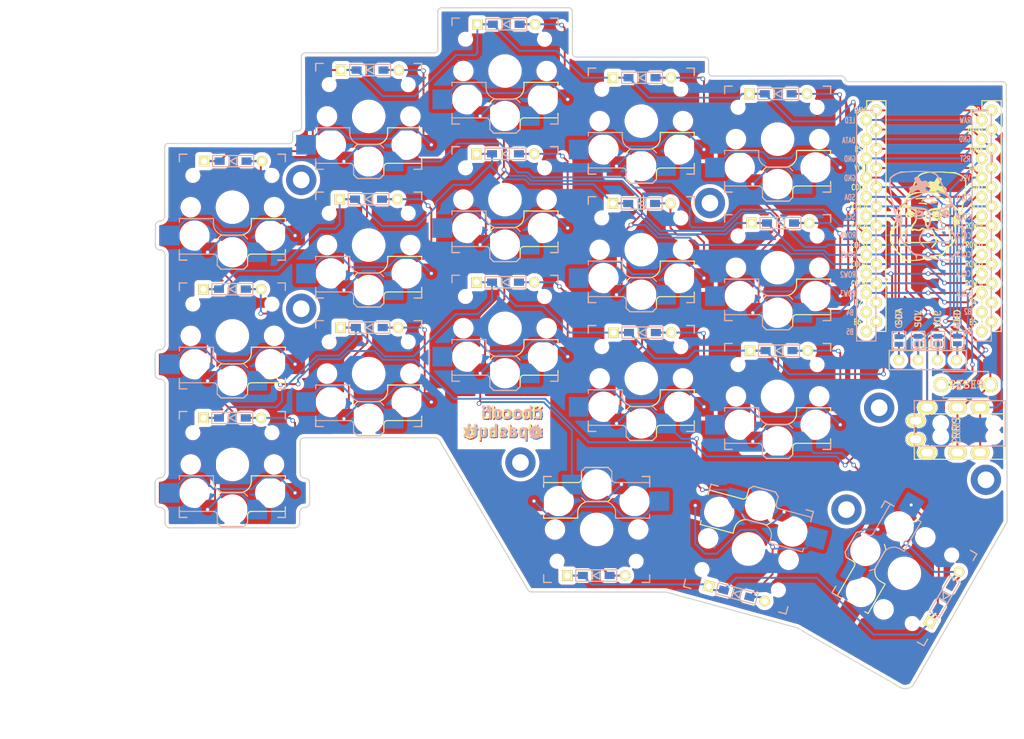
<source format=kicad_pcb>
(kicad_pcb (version 20210606) (generator pcbnew)
  (title_block (title "Corne Light") (date "2018-12-26") (rev "2.1") (company "foostan"))
  (layers (0 "F.Cu" signal) (31 "B.Cu" signal) (34 "B.Paste" user) (35 "F.Paste" user) (36 "B.SilkS" user "B.Silkscreen") (37 "F.SilkS" user "F.Silkscreen") (38 "B.Mask" user) (39 "F.Mask" user) (44 "Edge.Cuts" user))
  (net 0 "")
  (net 1 "row0")
  (net 2 "row1")
  (net 3 "Net-(D2-Pad2)")
  (net 4 "row2")
  (net 5 "Net-(D3-Pad2)")
  (net 6 "row3")
  (net 7 "Net-(D4-Pad2)")
  (net 8 "Net-(D5-Pad2)")
  (net 9 "Net-(D6-Pad2)")
  (net 10 "Net-(D8-Pad2)")
  (net 11 "Net-(D9-Pad2)")
  (net 12 "Net-(D10-Pad2)")
  (net 13 "Net-(D11-Pad2)")
  (net 14 "Net-(D12-Pad2)")
  (net 15 "Net-(D14-Pad2)")
  (net 16 "Net-(D15-Pad2)")
  (net 17 "Net-(D16-Pad2)")
  (net 18 "Net-(D17-Pad2)")
  (net 19 "Net-(D18-Pad2)")
  (net 20 "Net-(D19-Pad2)")
  (net 21 "Net-(D20-Pad2)")
  (net 22 "Net-(D21-Pad2)")
  (net 23 "GND")
  (net 24 "VCC")
  (net 25 "col0")
  (net 26 "col1")
  (net 27 "col2")
  (net 28 "col3")
  (net 29 "col4")
  (net 30 "col5")
  (net 31 "LED")
  (net 32 "data")
  (net 33 "reset")
  (net 34 "SCL")
  (net 35 "SDA")
  (net 36 "Net-(U1-Pad14)")
  (net 37 "Net-(U1-Pad13)")
  (net 38 "Net-(U1-Pad12)")
  (net 39 "Net-(U1-Pad11)")
  (net 40 "Net-(J1-PadA)")
  (net 41 "Net-(U1-Pad24)")
  (footprint "kbd:D3_TH_SMD" (layer "F.Cu") (at 86.0044 64.3128)
    (fp_text reference "D2" hide)
    (fp_text value "D" hide)
  )
  (footprint "kbd:D3_TH_SMD" (layer "F.Cu") (at 104.0892 52.2732)
    (fp_text reference "D3" hide)
    (fp_text value "D" hide)
  )
  (footprint "kbd:D3_TH_SMD" (layer "F.Cu") (at 122.0724 46.228)
    (fp_text reference "D4" hide)
    (fp_text value "D" hide)
  )
  (footprint "kbd:D3_TH_SMD" (layer "F.Cu") (at 140.0048 53.2892)
    (fp_text reference "D5" hide)
    (fp_text value "D" hide)
  )
  (footprint "kbd:D3_TH_SMD" (layer "F.Cu") (at 157.988 55.4228)
    (fp_text reference "D6" hide)
    (fp_text value "D" hide)
  )
  (footprint "kbd:D3_TH_SMD" (layer "F.Cu") (at 85.9028 81.2292)
    (fp_text reference "D8" hide)
    (fp_text value "D" hide)
  )
  (footprint "kbd:D3_TH_SMD" (layer "F.Cu") (at 103.886 69.342)
    (fp_text reference "D9" hide)
    (fp_text value "D" hide)
  )
  (footprint "kbd:D3_TH_SMD" (layer "F.Cu") (at 121.9708 63.3476)
    (fp_text reference "D10" hide)
    (fp_text value "D" hide)
  )
  (footprint "kbd:D3_TH_SMD" (layer "F.Cu") (at 139.954 69.9008)
    (fp_text reference "D11" hide)
    (fp_text value "D" hide)
  )
  (footprint "kbd:D3_TH_SMD" (layer "F.Cu") (at 158.2928 72.4916)
    (fp_text reference "D12" hide)
    (fp_text value "D" hide)
  )
  (footprint "kbd:D3_TH_SMD" (layer "F.Cu") (at 85.9028 98.2472)
    (fp_text reference "D14" hide)
    (fp_text value "D" hide)
  )
  (footprint "kbd:D3_TH_SMD" (layer "F.Cu") (at 103.9876 86.3092)
    (fp_text reference "D15" hide)
    (fp_text value "D" hide)
  )
  (footprint "kbd:D3_TH_SMD" (layer "F.Cu") (at 121.9708 80.3148)
    (fp_text reference "D16" hide)
    (fp_text value "D" hide)
  )
  (footprint "kbd:D3_TH_SMD" (layer "F.Cu") (at 140.0556 86.9696)
    (fp_text reference "D17" hide)
    (fp_text value "D" hide)
  )
  (footprint "kbd:D3_TH_SMD" (layer "F.Cu") (at 158.0896 89.3572)
    (fp_text reference "D18" hide)
    (fp_text value "D" hide)
  )
  (footprint "kbd:D3_TH_SMD" (layer "F.Cu") (at 133.9596 119.0752)
    (fp_text reference "D19" hide)
    (fp_text value "D" hide)
  )
  (footprint "kbd:D3_TH_SMD" (layer "F.Cu") (at 152.514282 121.460596 -15)
    (fp_text reference "D20" hide)
    (fp_text value "D" hide)
  )
  (footprint "kbd:D3_TH_SMD" (layer "F.Cu") (at 179.958166 121.895435 60)
    (fp_text reference "D21" hide)
    (fp_text value "D" hide)
  )
  (footprint "kbd:MJ-4PP-9" (layer "F.Cu") (at 187.96 100.711 -90)
    (fp_text reference "J1")
    (fp_text value "MJ-4PP-9" hide)
  )
  (footprint "keyswitches:Kailh_socket_PG1350_reversible" (layer "F.Cu") (at 85.91 70.4)
    (fp_text reference "SW2" hide)
    (fp_text value "SW_PUSH")
  )
  (footprint "keyswitches:Kailh_socket_PG1350_reversible" (layer "F.Cu") (at 103.91 58.4)
    (fp_text reference "SW3" hide)
    (fp_text value "SW_PUSH")
  )
  (footprint "keyswitches:Kailh_socket_PG1350_reversible" (layer "F.Cu") (at 121.91 52.4)
    (fp_text reference "SW4" hide)
    (fp_text value "SW_PUSH")
  )
  (footprint "keyswitches:Kailh_socket_PG1350_reversible" (layer "F.Cu") (at 139.91 59.02)
    (fp_text reference "SW5" hide)
    (fp_text value "SW_PUSH")
  )
  (footprint "keyswitches:Kailh_socket_PG1350_reversible" (layer "F.Cu") (at 157.91 61.4)
    (fp_text reference "SW6" hide)
    (fp_text value "SW_PUSH")
  )
  (footprint "keyswitches:Kailh_socket_PG1350_reversible" (layer "F.Cu") (at 85.91 87.4)
    (fp_text reference "SW8" hide)
    (fp_text value "SW_PUSH")
  )
  (footprint "keyswitches:Kailh_socket_PG1350_reversible" (layer "F.Cu") (at 103.91 75.4)
    (fp_text reference "SW9" hide)
    (fp_text value "SW_PUSH")
  )
  (footprint "keyswitches:Kailh_socket_PG1350_reversible" (layer "F.Cu") (at 121.91 69.4)
    (fp_text reference "SW10" hide)
    (fp_text value "SW_PUSH")
  )
  (footprint "keyswitches:Kailh_socket_PG1350_reversible" (layer "F.Cu") (at 139.91 76.02)
    (fp_text reference "SW11" hide)
    (fp_text value "SW_PUSH")
  )
  (footprint "keyswitches:Kailh_socket_PG1350_reversible" (layer "F.Cu") (at 157.91 78.4)
    (fp_text reference "SW12" hide)
    (fp_text value "SW_PUSH")
  )
  (footprint "keyswitches:Kailh_socket_PG1350_reversible" (layer "F.Cu") (at 85.91 104.4)
    (fp_text reference "SW14" hide)
    (fp_text value "SW_PUSH")
  )
  (footprint "keyswitches:Kailh_socket_PG1350_reversible" (layer "F.Cu") (at 103.91 92.4)
    (fp_text reference "SW15" hide)
    (fp_text value "SW_PUSH")
  )
  (footprint "keyswitches:Kailh_socket_PG1350_reversible" (layer "F.Cu") (at 121.91 86.4)
    (fp_text reference "SW16" hide)
    (fp_text value "SW_PUSH")
  )
  (footprint "keyswitches:Kailh_socket_PG1350_reversible" (layer "F.Cu") (at 139.91 93.025)
    (fp_text reference "SW17" hide)
    (fp_text value "SW_PUSH")
  )
  (footprint "keyswitches:Kailh_socket_PG1350_reversible" (layer "F.Cu") (at 157.91 95.4)
    (fp_text reference "SW18" hide)
    (fp_text value "SW_PUSH")
  )
  (footprint "keyswitches:Kailh_socket_PG1350_reversible" (layer "F.Cu") (at 134.01 112.99 180)
    (fp_text reference "SW19" hide)
    (fp_text value "SW_PUSH")
  )
  (footprint "keyswitches:Kailh_socket_PG1350_reversible" (layer "F.Cu") (at 154.06 115.58 165)
    (fp_text reference "SW20" hide)
    (fp_text value "SW_PUSH")
  )
  (footprint "keyswitches:Kailh_socket_PG1350_reversible" (layer "F.Cu") (at 174.66 118.79 -120)
    (fp_text reference "SW21" hide)
    (fp_text value "SW_PUSH")
  )
  (footprint "kbd:ProMicro_v2" (layer "F.Cu") (at 178.51 72.0784)
    (fp_text reference "U1" hide)
    (fp_text value "ProMicro" hide)
  )
  (footprint "foostan:Jumper" (layer "F.Cu") (at 179.07 87.9484 -90)
    (fp_text reference "JP65" hide)
    (fp_text value "VCC")
  )
  (footprint "foostan:OLED" (layer "F.Cu") (at 173.93 90.6084)
    (fp_text reference "J2")
    (fp_text value "OLED" hide)
  )
  (footprint "foostan:Jumper" (layer "F.Cu") (at 176.47 87.9684 -90)
    (fp_text reference "JP63" hide)
    (fp_text value "SCL")
  )
  (footprint "foostan:Jumper" (layer "F.Cu") (at 173.93 87.9984 -90)
    (fp_text reference "JP61" hide)
    (fp_text value " SDA")
  )
  (footprint "foostan:Jumper" (layer "F.Cu") (at 181.64 87.9388 -90)
    (fp_text reference "JP68" hide)
    (fp_text value "GND")
  )
  (footprint "kbd:ResetSW" (layer "F.Cu") (at 182.753 93.853)
    (fp_text reference "RSW1" hide)
    (fp_text value "Val**")
  )
  (footprint "kbd:LEGO_HOLE" (layer "F.Cu") (at 171.323 96.901)
    (fp_text reference "h2" hide)
    (fp_text value "h2")
  )
  (footprint "kbd:LEGO_HOLE" (layer "F.Cu") (at 185.42 106.426)
    (fp_text reference "H1" hide)
    (fp_text value "h1")
  )
  (footprint "kbd:LEGO_HOLE" (layer "F.Cu") (at 95 66.802)
    (fp_text reference "h2" hide)
    (fp_text value "h2")
  )
  (footprint "kbd:LEGO_HOLE" (layer "F.Cu") (at 148.971 69.85)
    (fp_text reference "h2" hide)
    (fp_text value "h2")
  )
  (footprint "kbd:LEGO_HOLE" (layer "F.Cu") (at 123.952 104.14)
    (fp_text reference "h2" hide)
    (fp_text value "h2")
  )
  (footprint "kbd:LEGO_HOLE" (layer "F.Cu") (at 167.005 110.363)
    (fp_text reference "h2" hide)
    (fp_text value "h2")
  )
  (footprint "kbd:LEGO_HOLE" (layer "F.Cu") (at 95 83.82)
    (fp_text reference "h2" hide)
    (fp_text value "h2")
  )
  (footprint "my:doorka" (layer "F.Cu") (at 177.8 71.6)
    (fp_text reference "G***" hide)
    (fp_text value "LOGO" hide)
  )
  (footprint "foostan:Jumper" (layer "B.Cu") (at 176.48 87.9784 -90)
    (fp_text reference "JP64" hide)
    (fp_text value "VCC")
  )
  (footprint "foostan:Jumper" (layer "B.Cu") (at 173.93 88.008 -90)
    (fp_text reference "JP62" hide)
    (fp_text value "GND")
  )
  (footprint "foostan:Jumper" (layer "B.Cu") (at 181.64 87.9284 -90)
    (fp_text reference "JP6" hide)
    (fp_text value " SDA")
  )
  (footprint "foostan:Jumper" (layer "B.Cu") (at 179.06 87.9484 -90)
    (fp_text reference "JP66" hide)
    (fp_text value "SCL")
  )
  (footprint "my:doorka" (layer "B.Cu") (at 177.71 71.52 180)
    (fp_text reference "G***" hide)
    (fp_text value "LOGO" hide)
  )
  (gr_line (start 187.62 53.805) (end 167.3304 53.81502) (angle 90) (layer "Edge.Cuts") (width 0.15))
  (gr_line (start 93.402711 62.008311) (end 77.4192 61.976) (angle 90) (layer "Edge.Cuts") (width 0.15))
  (gr_line (start 175.768 133.6548) (end 188.214 112.014) (layer "Edge.Cuts") (width 0.15))
  (gr_line (start 160.4772 125.984) (end 174.288668 133.9596) (layer "Edge.Cuts") (width 0.15))
  (gr_line (start 125.3744 121.240811) (end 143.1544 121.2596) (layer "Edge.Cuts") (width 0.15))
  (gr_arc (start 166.360498 53.555) (end 166.360498 53.055) (angle 78.46537935) (layer "Edge.Cuts") (width 0.15))
  (gr_arc (start 167.3304 53.31502) (end 167.3304 53.81502) (angle 73.73979529) (layer "Edge.Cuts") (width 0.15))
  (gr_line (start 166.360498 53.055) (end 149.2932 53.06902) (angle 90) (layer "Edge.Cuts") (width 0.15))
  (gr_arc (start 94.540847 59.844447) (end 95.040847 59.844447) (angle 90) (layer "Edge.Cuts") (width 0.15))
  (gr_arc (start 95.51712 50.50682) (end 95.01712 50.50682) (angle 90) (layer "Edge.Cuts") (width 0.15))
  (gr_line (start 130.31 44.0362) (end 113.53 44.049553) (angle 90) (layer "Edge.Cuts") (width 0.15))
  (gr_line (start 130.81 50.0534) (end 130.81 44.5362) (angle 90) (layer "Edge.Cuts") (width 0.15))
  (gr_line (start 148.2932 50.56902) (end 131.31 50.5534) (angle 90) (layer "Edge.Cuts") (width 0.15))
  (gr_line (start 148.7932 52.56902) (end 148.7932 51.06902) (angle 90) (layer "Edge.Cuts") (width 0.15))
  (gr_line (start 95.01712 50.50682) (end 95.040847 59.844447) (angle 90) (layer "Edge.Cuts") (width 0.15))
  (gr_line (start 112.54712 50.00682) (end 95.51712 50.00682) (angle 90) (layer "Edge.Cuts") (width 0.15))
  (gr_line (start 113.03 44.549553) (end 113.04712 49.50682) (angle 90) (layer "Edge.Cuts") (width 0.15))
  (gr_arc (start 112.54712 49.50682) (end 113.04712 49.50682) (angle 90) (layer "Edge.Cuts") (width 0.15))
  (gr_arc (start 113.53 44.549553) (end 113.03 44.549553) (angle 90) (layer "Edge.Cuts") (width 0.15))
  (gr_arc (start 130.31 44.5362) (end 130.31 44.0362) (angle 90) (layer "Edge.Cuts") (width 0.15))
  (gr_arc (start 131.31 50.0534) (end 131.31 50.5534) (angle 90) (layer "Edge.Cuts") (width 0.15))
  (gr_arc (start 148.2932 51.06902) (end 148.2932 50.56902) (angle 90) (layer "Edge.Cuts") (width 0.15))
  (gr_arc (start 149.2932 52.56902) (end 149.2932 53.06902) (angle 90) (layer "Edge.Cuts") (width 0.15))
  (gr_arc (start 187.62 54.305) (end 187.62 53.805) (angle 90) (layer "Edge.Cuts") (width 0.15))
  (gr_line (start 95.4532 100.862652) (end 112.6236 100.862652) (layer "Edge.Cuts") (width 0.15))
  (gr_line (start 94.8436 105.5624) (end 94.8436 101.472252) (layer "Edge.Cuts") (width 0.15))
  (gr_line (start 94.1832 60.3504) (end 94.540847 60.344447) (layer "Edge.Cuts") (width 0.15))
  (gr_arc (start 94.154841 60.644085) (end 94.1832 60.3504) (angle -97.67446173) (layer "Edge.Cuts") (width 0.15))
  (gr_arc (start 112.6236 101.6) (end 112.6236 100.862652) (angle 65.55604522) (layer "Edge.Cuts") (width 0.15))
  (gr_line (start 75.692 106.8324) (end 75.692 109.4232) (layer "Edge.Cuts") (width 0.15))
  (gr_arc (start 95.4532 110.744) (end 94.7928 110.744) (angle 90) (layer "Edge.Cuts") (width 0.15))
  (gr_arc (start 76.3524 110.744) (end 76.3524 110.0836) (angle 90) (layer "Edge.Cuts") (width 0.15))
  (gr_arc (start 125.3744 120.7008) (end 125.0188 121.1072) (angle -41.18592517) (layer "Edge.Cuts") (width 0.15))
  (gr_line (start 75.7428 72.8472) (end 75.7428 75.438) (layer "Edge.Cuts") (width 0.15))
  (gr_arc (start 174.728694 132.35291) (end 174.288668 133.959599) (angle -53.9166717) (layer "Edge.Cuts") (width 0.15))
  (gr_line (start 77.0128 93.7768) (end 77.0128 105.5116) (layer "Edge.Cuts") (width 0.15))
  (gr_arc (start 76.3524 92.456) (end 75.692 92.456) (angle -90) (layer "Edge.Cuts") (width 0.15))
  (gr_line (start 76.962 62.4332) (end 76.962 71.628) (layer "Edge.Cuts") (width 0.15))
  (gr_line (start 188.12 54.305) (end 188.214 112.014) (angle 90) (layer "Edge.Cuts") (width 0.15))
  (gr_arc (start 76.3524 93.7768) (end 76.3524 93.1164) (angle 90) (layer "Edge.Cuts") (width 0.15))
  (gr_arc (start 76.3524 75.438) (end 75.7428 75.438) (angle -90) (layer "Edge.Cuts") (width 0.15))
  (gr_line (start 94.7928 112.1156) (end 94.7928 110.744) (layer "Edge.Cuts") (width 0.15))
  (gr_arc (start 76.3524 71.628) (end 76.962 71.628) (angle 90) (layer "Edge.Cuts") (width 0.15))
  (gr_arc (start 95.4532 101.472252) (end 94.8436 101.472252) (angle 90) (layer "Edge.Cuts") (width 0.15))
  (gr_arc (start 94.1324 112.1156) (end 94.1324 112.776) (angle -90) (layer "Edge.Cuts") (width 0.15))
  (gr_arc (start 95.504 105.5624) (end 95.504 106.2228) (angle 90) (layer "Edge.Cuts") (width 0.15))
  (gr_arc (start 93.402711 61.551111) (end 93.859911 61.551111) (angle 90) (layer "Edge.Cuts") (width 0.15))
  (gr_line (start 93.86 60.6552) (end 93.859911 61.551111) (layer "Edge.Cuts") (width 0.15))
  (gr_line (start 77.0128 112.1156) (end 77.0128 110.744) (layer "Edge.Cuts") (width 0.15))
  (gr_arc (start 76.3524 76.708) (end 76.3524 76.0476) (angle 90) (layer "Edge.Cuts") (width 0.15))
  (gr_arc (start 76.4032 88.5952) (end 76.4032 89.2048) (angle -90) (layer "Edge.Cuts") (width 0.15))
  (gr_line (start 77.0128 76.708) (end 77.0128 88.5952) (layer "Edge.Cuts") (width 0.15))
  (gr_line (start 76.4032 89.2048) (end 76.3524 89.2048) (layer "Edge.Cuts") (width 0.15))
  (gr_arc (start 95.4532 109.4232) (end 95.4532 110.0836) (angle -90) (layer "Edge.Cuts") (width 0.15))
  (gr_arc (start 76.3524 105.5116) (end 76.3524 106.172) (angle -90) (layer "Edge.Cuts") (width 0.15))
  (gr_arc (start 76.3524 89.8652) (end 76.3524 89.2048) (angle -90) (layer "Edge.Cuts") (width 0.15))
  (gr_line (start 113.294857 101.294883) (end 125.0188 121.1072) (layer "Edge.Cuts") (width 0.15))
  (gr_line (start 75.692 89.8652) (end 75.692 92.456) (layer "Edge.Cuts") (width 0.15))
  (gr_arc (start 95.504 106.8324) (end 96.1136 106.8324) (angle -90) (layer "Edge.Cuts") (width 0.15))
  (gr_arc (start 77.4192 62.4332) (end 77.4192 61.976) (angle -90) (layer "Edge.Cuts") (width 0.15))
  (gr_arc (start 76.3524 106.8324) (end 76.3524 106.172) (angle -90) (layer "Edge.Cuts") (width 0.15))
  (gr_line (start 77.6732 112.776) (end 94.1324 112.776) (layer "Edge.Cuts") (width 0.15))
  (gr_arc (start 76.3524 72.8472) (end 76.3524 72.2376) (angle -90) (layer "Edge.Cuts") (width 0.15))
  (gr_line (start 96.1136 109.4232) (end 96.1136 106.8324) (layer "Edge.Cuts") (width 0.15))
  (gr_line (start 143.1544 121.2596) (end 160.4772 125.984) (layer "Edge.Cuts") (width 0.15))
  (gr_arc (start 77.6732 112.1156) (end 77.0128 112.1156) (angle -90) (layer "Edge.Cuts") (width 0.15))
  (gr_arc (start 76.3524 109.4232) (end 75.692 109.4232) (angle -90) (layer "Edge.Cuts") (width 0.15))
  (gr_text "chocofi\n@pashutk" (at 127.24 98.89) (layer "F.Cu") (effects (font (size 1.5 1.5) (thickness 0.3)) (justify right)))
  (gr_text "chocofi\n@pashutk" (at 127.25 98.89) (layer "B.Cu") (effects (font (size 1.5 1.5) (thickness 0.3)) (justify left mirror)))
  (gr_text "chocofi\n@pashutk" (at 127.13 98.75) (layer "B.SilkS") (effects (font (size 1.5 1.5) (thickness 0.3)) (justify left mirror)))
  (gr_text "chocofi\n@pashutk" (at 127.12 98.75) (layer "F.SilkS") (effects (font (size 1.5 1.5) (thickness 0.3)) (justify right)))
  (segment (start 96.52 53.6448) (end 97.8916 52.2732) (width 0.25) (layer "F.Cu") (net 1))
  (segment (start 118.2624 46.228) (end 120.2974 46.228) (width 0.25) (layer "F.Cu") (net 1))
  (segment (start 154.178 55.4228) (end 156.213 55.4228) (width 0.25) (layer "F.Cu") (net 1))
  (segment (start 138.2298 53.2892) (end 136.1948 53.2892) (width 0.25) (layer "F.Cu") (net 1))
  (segment (start 85.5502 62.992) (end 84.2294 64.3128) (width 0.25) (layer "F.Cu") (net 1))
  (segment (start 167.894 56.515) (end 168.0972 56.7182) (width 0.25) (layer "F.Cu") (net 1))
  (segment (start 183.598 72.8404) (end 182.328 74.1104) (width 0.25) (layer "F.Cu") (net 1))
  (segment (start 168.0972 72.5876) (end 169.62 74.1104) (width 0.25) (layer "F.Cu") (net 1))
  (segment (start 102.3142 52.2732) (end 100.2792 52.2732) (width 0.25) (layer "F.Cu") (net 1))
  (segment (start 96.52 53.6448) (end 96.52 61.849) (width 0.25) (layer "F.Cu") (net 1))
  (segment (start 95.377 62.992) (end 85.5502 62.992) (width 0.25) (layer "F.Cu") (net 1))
  (segment (start 97.8916 52.2732) (end 100.2792 52.2732) (width 0.25) (layer "F.Cu") (net 1))
  (segment (start 96.52 61.849) (end 95.377 62.992) (width 0.25) (layer "F.Cu") (net 1))
  (segment (start 186.1664 72.8404) (end 183.598 72.8404) (width 0.25) (layer "F.Cu") (net 1))
  (segment (start 168.0972 56.7182) (end 168.0972 72.5876) (width 0.25) (layer "F.Cu") (net 1))
  (segment (start 84.2294 64.3128) (end 82.1944 64.3128) (width 0.25) (layer "F.Cu") (net 1))
  (segment (start 182.328 74.1104) (end 177.8 74.1104) (width 0.25) (layer "F.Cu") (net 1))
  (via (at 177.8 74.1104) (size 0.6) (drill 0.4) (layers "F.Cu" "B.Cu") (net 1))
  (via (at 167.894 56.515) (size 0.6) (drill 0.4) (layers "F.Cu" "B.Cu") (net 1))
  (segment (start 102.3142 52.2732) (end 100.2792 52.2732) (width 0.25) (layer "B.Cu") (net 1))
  (segment (start 128.7272 49.7332) (end 132.2832 53.2892) (width 0.25) (layer "B.Cu") (net 1))
  (segment (start 140.8714 55.9308) (end 138.2298 53.2892) (width 0.25) (layer "B.Cu") (net 1))
  (segment (start 152.7215 55.9308) (end 140.8714 55.9308) (width 0.25) (layer "B.Cu") (net 1))
  (segment (start 159.8452 59.055) (end 156.213 55.4228) (width 0.25) (layer "B.Cu") (net 1))
  (segment (start 120.2974 46.228) (end 118.2624 46.228) (width 0.25) (layer "B.Cu") (net 1))
  (segment (start 153.2295 55.4228) (end 152.7215 55.9308) (width 0.25) (layer "B.Cu") (net 1))
  (segment (start 165.354 59.055) (end 159.8452 59.055) (width 0.25) (layer "B.Cu") (net 1))
  (segment (start 118.2624 46.228) (end 118.2624 50.0126) (width 0.25) (layer "B.Cu") (net 1))
  (segment (start 123.8026 49.7332) (end 128.7272 49.7332) (width 0.25) (layer "B.Cu") (net 1))
  (segment (start 154.178 55.4228) (end 153.2295 55.4228) (width 0.25) (layer "B.Cu") (net 1))
  (segment (start 84.2294 64.3128) (end 82.1944 64.3128) (width 0.25) (layer "B.Cu") (net 1))
  (segment (start 118.2624 50.0126) (end 117.983 50.292) (width 0.25) (layer "B.Cu") (net 1))
  (segment (start 132.2832 53.2892) (end 136.1948 53.2892) (width 0.25) (layer "B.Cu") (net 1))
  (segment (start 105.7686 55.7276) (end 102.3142 52.2732) (width 0.25) (layer "B.Cu") (net 1))
  (segment (start 169.62 74.1104) (end 177.8 74.1104) (width 0.25) (layer "B.Cu") (net 1))
  (segment (start 138.2298 53.2892) (end 136.1948 53.2892) (width 0.25) (layer "B.Cu") (net 1))
  (segment (start 117.983 50.292) (end 115.443 50.292) (width 0.25) (layer "B.Cu") (net 1))
  (segment (start 110.0074 55.7276) (end 105.7686 55.7276) (width 0.25) (layer "B.Cu") (net 1))
  (segment (start 115.443 50.292) (end 110.0074 55.7276) (width 0.25) (layer "B.Cu") (net 1))
  (segment (start 156.213 55.4228) (end 154.178 55.4228) (width 0.25) (layer "B.Cu") (net 1))
  (segment (start 120.2974 46.228) (end 123.8026 49.7332) (width 0.25) (layer "B.Cu") (net 1))
  (segment (start 167.894 56.515) (end 165.354 59.055) (width 0.25) (layer "B.Cu") (net 1))
  (segment (start 186.1664 75.3804) (end 183.852 75.3804) (width 0.25) (layer "F.Cu") (net 2))
  (segment (start 182.582 76.6504) (end 177.8 76.6504) (width 0.25) (layer "F.Cu") (net 2))
  (segment (start 138.179 69.9008) (end 136.144 69.9008) (width 0.25) (layer "F.Cu") (net 2))
  (segment (start 183.852 75.3804) (end 182.582 76.6504) (width 0.25) (layer "F.Cu") (net 2))
  (segment (start 102.111 69.342) (end 100.076 69.342) (width 0.25) (layer "F.Cu") (net 2))
  (segment (start 120.1958 63.3476) (end 118.1608 63.3476) (width 0.25) (layer "F.Cu") (net 2))
  (segment (start 84.1278 81.2292) (end 82.0928 81.2292) (width 0.25) (layer "F.Cu") (net 2))
  (segment (start 156.5178 72.4916) (end 154.4828 72.4916) (width 0.25) (layer "F.Cu") (net 2))
  (via (at 177.8 76.6504) (size 0.6) (drill 0.4) (layers "F.Cu" "B.Cu") (net 2))
  (segment (start 164.071887 76.110969) (end 164.668918 76.708) (width 0.25) (layer "B.Cu") (net 2))
  (segment (start 138.179 69.9008) (end 136.144 69.9008) (width 0.25) (layer "B.Cu") (net 2))
  (segment (start 115.062 67.4624) (end 112.776 69.7484) (width 0.25) (layer "B.Cu") (net 2))
  (segment (start 120.1958 63.3476) (end 120.1958 64.6146) (width 0.25) (layer "B.Cu") (net 2))
  (segment (start 169.62 76.6504) (end 177.8 76.6504) (width 0.25) (layer "B.Cu") (net 2))
  (segment (start 86.5662 78.7908) (end 91.8464 78.7908) (width 0.25) (layer "B.Cu") (net 2))
  (segment (start 160.137169 76.110969) (end 164.071887 76.110969) (width 0.25) (layer "B.Cu") (net 2))
  (segment (start 100.076 72.644) (end 100.076 69.342) (width 0.25) (layer "B.Cu") (net 2))
  (segment (start 102.111 69.342) (end 100.076 69.342) (width 0.25) (layer "B.Cu") (net 2))
  (segment (start 121.7168 66.7004) (end 119.9134 64.897) (width 0.25) (layer "B.Cu") (net 2))
  (segment (start 97.3836 73.2536) (end 99.4664 73.2536) (width 0.25) (layer "B.Cu") (net 2))
  (segment (start 112.776 69.7484) (end 112.776 70.358) (width 0.25) (layer "B.Cu") (net 2))
  (segment (start 154.4828 72.4916) (end 152.5524 72.4916) (width 0.25) (layer "B.Cu") (net 2))
  (segment (start 110.236 72.898) (end 105.667 72.898) (width 0.25) (layer "B.Cu") (net 2))
  (segment (start 133.59632 67.35312) (end 125.16352 67.35312) (width 0.25) (layer "B.Cu") (net 2))
  (segment (start 84.1278 81.2292) (end 86.5662 78.7908) (width 0.25) (layer "B.Cu") (net 2))
  (segment (start 136.144 69.9008) (end 133.59632 67.35312) (width 0.25) (layer "B.Cu") (net 2))
  (segment (start 119.9134 64.897) (end 117.348 67.4624) (width 0.25) (layer "B.Cu") (net 2))
  (segment (start 151.07152 73.97248) (end 142.25068 73.97248) (width 0.25) (layer "B.Cu") (net 2))
  (segment (start 112.776 70.358) (end 110.236 72.898) (width 0.25) (layer "B.Cu") (net 2))
  (segment (start 120.1958 64.6146) (end 119.9134 64.897) (width 0.25) (layer "B.Cu") (net 2))
  (segment (start 105.667 72.898) (end 102.111 69.342) (width 0.25) (layer "B.Cu") (net 2))
  (segment (start 99.4664 73.2536) (end 100.076 72.644) (width 0.25) (layer "B.Cu") (net 2))
  (segment (start 169.5624 76.708) (end 169.62 76.6504) (width 0.25) (layer "B.Cu") (net 2))
  (segment (start 91.8464 78.7908) (end 97.3836 73.2536) (width 0.25) (layer "B.Cu") (net 2))
  (segment (start 156.5178 72.4916) (end 154.4828 72.4916) (width 0.25) (layer "B.Cu") (net 2))
  (segment (start 125.16352 67.35312) (end 124.5108 66.7004) (width 0.25) (layer "B.Cu") (net 2))
  (segment (start 142.25068 73.97248) (end 138.179 69.9008) (width 0.25) (layer "B.Cu") (net 2))
  (segment (start 120.1958 63.3476) (end 118.1608 63.3476) (width 0.25) (layer "B.Cu") (net 2))
  (segment (start 124.5108 66.7004) (end 121.7168 66.7004) (width 0.25) (layer "B.Cu") (net 2))
  (segment (start 152.5524 72.4916) (end 151.07152 73.97248) (width 0.25) (layer "B.Cu") (net 2))
  (segment (start 84.1278 81.2292) (end 82.0928 81.2292) (width 0.25) (layer "B.Cu") (net 2))
  (segment (start 156.5178 72.4916) (end 160.137169 76.110969) (width 0.25) (layer "B.Cu") (net 2))
  (segment (start 117.348 67.4624) (end 115.062 67.4624) (width 0.25) (layer "B.Cu") (net 2))
  (segment (start 164.668918 76.708) (end 169.5624 76.708) (width 0.25) (layer "B.Cu") (net 2))
  (segment (start 89.662 66.294) (end 89.662 64.4652) (width 0.25) (layer "F.Cu") (net 3))
  (segment (start 93.726 70.358) (end 89.662 66.294) (width 0.25) (layer "F.Cu") (net 3))
  (segment (start 93.726 73.691) (end 93.726 70.358) (width 0.25) (layer "F.Cu") (net 3))
  (segment (start 94.185 74.15) (end 93.726 73.691) (width 0.25) (layer "F.Cu") (net 3))
  (segment (start 89.662 64.4652) (end 89.8144 64.3128) (width 0.25) (layer "F.Cu") (net 3))
  (segment (start 87.7794 64.3128) (end 89.8144 64.3128) (width 0.25) (layer "F.Cu") (net 3))
  (via (at 94.185 74.15) (size 0.6) (drill 0.4) (layers "F.Cu" "B.Cu") (net 3))
  (segment (start 89.7636 72.0852) (end 92.1202 72.0852) (width 0.25) (layer "B.Cu") (net 3))
  (segment (start 77.635 74.15) (end 79.7506 72.0344) (width 0.25) (layer "B.Cu") (net 3))
  (segment (start 88.07952 73.76928) (end 89.7636 72.0852) (width 0.25) (layer "B.Cu") (net 3))
  (segment (start 82.845123 72.0344) (end 84.580003 73.76928) (width 0.25) (layer "B.Cu") (net 3))
  (segment (start 84.580003 73.76928) (end 88.07952 73.76928) (width 0.25) (layer "B.Cu") (net 3))
  (segment (start 79.7506 72.0344) (end 82.845123 72.0344) (width 0.25) (layer "B.Cu") (net 3))
  (segment (start 87.7794 64.3128) (end 89.8144 64.3128) (width 0.25) (layer "B.Cu") (net 3))
  (segment (start 92.1202 72.0852) (end 94.185 74.15) (width 0.25) (layer "B.Cu") (net 3))
  (segment (start 156.3146 89.3572) (end 154.2796 89.3572) (width 0.25) (layer "F.Cu") (net 4))
  (segment (start 173.03047 79.36538) (end 172.85549 79.1904) (width 0.25) (layer "F.Cu") (net 4))
  (segment (start 182.836 79.1904) (end 177.8 79.1904) (width 0.25) (layer "F.Cu") (net 4))
  (segment (start 171.9072 87.025482) (end 173.03047 85.902212) (width 0.25) (layer "F.Cu") (net 4))
  (segment (start 84.1278 98.2472) (end 82.0928 98.2472) (width 0.25) (layer "F.Cu") (net 4))
  (segment (start 184.106 77.9204) (end 182.836 79.1904) (width 0.25) (layer "F.Cu") (net 4))
  (segment (start 138.2806 86.9696) (end 136.2456 86.9696) (width 0.25) (layer "F.Cu") (net 4))
  (segment (start 171.9072 92.456) (end 171.9072 87.025482) (width 0.25) (layer "F.Cu") (net 4))
  (segment (start 186.1664 77.9204) (end 184.106 77.9204) (width 0.25) (layer "F.Cu") (net 4))
  (segment (start 120.1958 80.3148) (end 118.1608 80.3148) (width 0.25) (layer "F.Cu") (net 4))
  (segment (start 173.03047 85.902212) (end 173.03047 79.36538) (width 0.25) (layer "F.Cu") (net 4))
  (segment (start 102.2126 86.3092) (end 100.1776 86.3092) (width 0.25) (layer "F.Cu") (net 4))
  (via (at 171.9072 92.456) (size 0.6) (drill 0.4) (layers "F.Cu" "B.Cu") (net 4))
  (via (at 172.85549 79.1904) (size 0.6) (drill 0.4) (layers "F.Cu" "B.Cu") (net 4))
  (via (at 177.8 79.1904) (size 0.6) (drill 0.4) (layers "F.Cu" "B.Cu") (net 4))
  (segment (start 97.0788 90.0176) (end 92.456 94.6404) (width 0.25) (layer "B.Cu") (net 4))
  (segment (start 102.2126 87.7794) (end 99.9744 90.0176) (width 0.25) (layer "B.Cu") (net 4))
  (segment (start 138.2806 86.9696) (end 136.2456 86.9696) (width 0.25) (layer "B.Cu") (net 4))
  (segment (start 92.456 94.6404) (end 92.456 96.0628) (width 0.25) (layer "B.Cu") (net 4))
  (segment (start 130.4544 86.9696) (end 126.9492 83.4644) (width 0.25) (layer "B.Cu") (net 4))
  (segment (start 123.3454 83.4644) (end 120.1958 80.3148) (width 0.25) (layer "B.Cu") (net 4))
  (segment (start 102.2126 86.3092) (end 102.2126 87.7794) (width 0.25) (layer "B.Cu") (net 4))
  (segment (start 159.4134 92.456) (end 171.9072 92.456) (width 0.25) (layer "B.Cu") (net 4))
  (segment (start 145.9992 90.3732) (end 141.6842 90.3732) (width 0.25) (layer "B.Cu") (net 4))
  (segment (start 109.8296 90.1192) (end 106.0226 90.1192) (width 0.25) (layer "B.Cu") (net 4))
  (segment (start 85.5502 96.8248) (end 84.1278 98.2472) (width 0.25) (layer "B.Cu") (net 4))
  (segment (start 120.1958 80.3148) (end 118.1608 80.3148) (width 0.25) (layer "B.Cu") (net 4))
  (segment (start 141.6842 90.3732) (end 138.2806 86.9696) (width 0.25) (layer "B.Cu") (net 4))
  (segment (start 120.1958 82.6486) (end 118.3132 84.5312) (width 0.25) (layer "B.Cu") (net 4))
  (segment (start 99.9744 90.0176) (end 97.0788 90.0176) (width 0.25) (layer "B.Cu") (net 4))
  (segment (start 92.456 96.0628) (end 91.694 96.8248) (width 0.25) (layer "B.Cu") (net 4))
  (segment (start 84.1278 98.2472) (end 82.0928 98.2472) (width 0.25) (layer "B.Cu") (net 4))
  (segment (start 91.694 96.8248) (end 85.5502 96.8248) (width 0.25) (layer "B.Cu") (net 4))
  (segment (start 115.4176 84.5312) (end 109.8296 90.1192) (width 0.25) (layer "B.Cu") (net 4))
  (segment (start 169.62 79.1904) (end 177.8 79.1904) (width 0.25) (layer "B.Cu") (net 4))
  (segment (start 118.3132 84.5312) (end 115.4176 84.5312) (width 0.25) (layer "B.Cu") (net 4))
  (segment (start 156.3146 89.3572) (end 154.2796 89.3572) (width 0.25) (layer "B.Cu") (net 4))
  (segment (start 136.2456 86.9696) (end 130.4544 86.9696) (width 0.25) (layer "B.Cu") (net 4))
  (segment (start 156.3146 89.3572) (end 159.4134 92.456) (width 0.25) (layer "B.Cu") (net 4))
  (segment (start 120.1958 80.3148) (end 120.1958 82.6486) (width 0.25) (layer "B.Cu") (net 4))
  (segment (start 147.0152 89.3572) (end 145.9992 90.3732) (width 0.25) (layer "B.Cu") (net 4))
  (segment (start 154.2796 89.3572) (end 147.0152 89.3572) (width 0.25) (layer "B.Cu") (net 4))
  (segment (start 102.2126 86.3092) (end 100.1776 86.3092) (width 0.25) (layer "B.Cu") (net 4))
  (segment (start 126.9492 83.4644) (end 123.3454 83.4644) (width 0.25) (layer "B.Cu") (net 4))
  (segment (start 106.0226 90.1192) (end 102.2126 86.3092) (width 0.25) (layer "B.Cu") (net 4))
  (segment (start 111.1504 61.1154) (end 112.185 62.15) (width 0.25) (layer "F.Cu") (net 5))
  (segment (start 105.8642 52.2732) (end 107.8992 52.2732) (width 0.25) (layer "F.Cu") (net 5))
  (segment (start 111.1504 52.3748) (end 111.1504 61.1154) (width 0.25) (layer "F.Cu") (net 5))
  (via (at 112.185 62.15) (size 0.6) (drill 0.4) (layers "F.Cu" "B.Cu") (net 5))
  (via (at 111.1504 52.3748) (size 0.6) (drill 0.4) (layers "F.Cu" "B.Cu") (net 5))
  (segment (start 101.266257 61.3664) (end 106.8832 61.3664) (width 0.25) (layer "B.Cu") (net 5))
  (segment (start 106.8832 61.3664) (end 108.1024 60.1472) (width 0.25) (layer "B.Cu") (net 5))
  (segment (start 105.8642 52.2732) (end 107.8992 52.2732) (width 0.25) (layer "B.Cu") (net 5))
  (segment (start 107.8992 52.2732) (end 111.0488 52.2732) (width 0.25) (layer "B.Cu") (net 5))
  (segment (start 97.6378 60.1472) (end 100.047057 60.1472) (width 0.25) (layer "B.Cu") (net 5))
  (segment (start 95.635 62.15) (end 97.6378 60.1472) (width 0.25) (layer "B.Cu") (net 5))
  (segment (start 110.1822 60.1472) (end 112.185 62.15) (width 0.25) (layer "B.Cu") (net 5))
  (segment (start 100.047057 60.1472) (end 101.266257 61.3664) (width 0.25) (layer "B.Cu") (net 5))
  (segment (start 108.1024 60.1472) (end 110.1822 60.1472) (width 0.25) (layer "B.Cu") (net 5))
  (segment (start 111.0488 52.2732) (end 111.1504 52.3748) (width 0.25) (layer "B.Cu") (net 5))
  (segment (start 185.983401 80.643399) (end 186.1664 80.4604) (width 0.25) (layer "F.Cu") (net 6))
  (segment (start 183.923001 80.643399) (end 185.983401 80.643399) (width 0.25) (layer "F.Cu") (net 6))
  (segment (start 177.8 81.7304) (end 182.836 81.7304) (width 0.25) (layer "F.Cu") (net 6))
  (segment (start 180.975 101.092) (end 179.7812 102.2858) (width 0.25) (layer "F.Cu") (net 6))
  (segment (start 180.975 98.679) (end 180.975 101.092) (width 0.25) (layer "F.Cu") (net 6))
  (segment (start 179.7812 102.2858) (end 179.7812 112.776) (width 0.25) (layer "F.Cu") (net 6))
  (segment (start 179.8828 95.9612) (end 179.8828 97.5868) (width 0.25) (layer "F.Cu") (net 6))
  (segment (start 150.799764 121.001192) (end 149.360802 121.001192) (width 0.25) (layer "F.Cu") (net 6))
  (segment (start 179.7812 112.776) (end 179.197 113.3602) (width 0.25) (layer "F.Cu") (net 6))
  (segment (start 182.836 81.7304) (end 183.923001 80.643399) (width 0.25) (layer "F.Cu") (net 6))
  (segment (start 179.070666 124.177492) (end 178.053166 125.194992) (width 0.25) (layer "F.Cu") (net 6))
  (segment (start 179.197 119.634) (end 179.070666 119.760334) (width 0.25) (layer "F.Cu") (net 6))
  (segment (start 179.197 113.3602) (end 179.197 119.634) (width 0.25) (layer "F.Cu") (net 6))
  (segment (start 149.360802 121.001192) (end 148.834105 120.474495) (width 0.25) (layer "F.Cu") (net 6))
  (segment (start 183.642 92.202) (end 179.8828 95.9612) (width 0.25) (layer "F.Cu") (net 6))
  (segment (start 179.070666 123.43263) (end 179.070666 124.177492) (width 0.25) (layer "F.Cu") (net 6))
  (segment (start 179.8828 97.5868) (end 180.975 98.679) (width 0.25) (layer "F.Cu") (net 6))
  (segment (start 132.1846 119.0752) (end 130.1496 119.0752) (width 0.25) (layer "F.Cu") (net 6))
  (segment (start 179.070666 119.760334) (end 179.070666 123.43263) (width 0.25) (layer "F.Cu") (net 6))
  (segment (start 183.642 91.186) (end 183.642 92.202) (width 0.25) (layer "F.Cu") (net 6))
  (via (at 183.0324 81.534) (size 0.6) (drill 0.4) (layers "F.Cu" "B.Cu") (net 6))
  (via (at 177.8 81.7304) (size 0.6) (drill 0.4) (layers "F.Cu" "B.Cu") (net 6))
  (via (at 183.642 91.186) (size 0.6) (drill 0.4) (layers "F.Cu" "B.Cu") (net 6))
  (segment (start 133.353 120.2436) (end 132.1846 119.0752) (width 0.25) (layer "B.Cu") (net 6))
  (segment (start 178.053166 124.45013) (end 179.070666 123.43263) (width 0.25) (layer "B.Cu") (net 6))
  (segment (start 152.420956 119.38) (end 163.068 119.38) (width 0.25) (layer "B.Cu") (net 6))
  (segment (start 169.62 81.7304) (end 177.8 81.7304) (width 0.25) (layer "B.Cu") (net 6))
  (segment (start 176.403 126.873) (end 178.053166 125.222834) (width 0.25) (layer "B.Cu") (net 6))
  (segment (start 183.5912 91.1352) (end 183.642 91.186) (width 0.25) (layer "B.Cu") (net 6))
  (segment (start 150.799764 121.001192) (end 149.360802 121.001192) (width 0.25) (layer "B.Cu") (net 6))
  (segment (start 183.0324 86.2584) (end 183.5912 86.8172) (width 0.25) (layer "B.Cu") (net 6))
  (segment (start 170.561 126.873) (end 176.403 126.873) (width 0.25) (layer "B.Cu") (net 6))
  (segment (start 178.053166 125.194992) (end 178.053166 124.45013) (width 0.25) (layer "B.Cu") (net 6))
  (segment (start 150.799764 121.001192) (end 152.420956 119.38) (width 0.25) (layer "B.Cu") (net 6))
  (segment (start 149.360802 121.001192) (end 148.834105 120.474495) (width 0.25) (layer "B.Cu") (net 6))
  (segment (start 148.834105 120.474495) (end 148.60321 120.2436) (width 0.25) (layer "B.Cu") (net 6))
  (segment (start 148.60321 120.2436) (end 133.353 120.2436) (width 0.25) (layer "B.Cu") (net 6))
  (segment (start 132.1846 119.0752) (end 130.1496 119.0752) (width 0.25) (layer "B.Cu") (net 6))
  (segment (start 163.068 119.38) (end 170.561 126.873) (width 0.25) (layer "B.Cu") (net 6))
  (segment (start 183.0324 81.534) (end 183.0324 86.2584) (width 0.25) (layer "B.Cu") (net 6))
  (segment (start 178.053166 125.222834) (end 178.053166 125.194992) (width 0.25) (layer "B.Cu") (net 6))
  (segment (start 183.5912 86.8172) (end 183.5912 91.1352) (width 0.25) (layer "B.Cu") (net 6))
  (segment (start 129.794 46.736) (end 129.794 55.759) (width 0.25) (layer "F.Cu") (net 7))
  (segment (start 129.794 55.759) (end 130.185 56.15) (width 0.25) (layer "F.Cu") (net 7))
  (segment (start 129.3876 46.3296) (end 129.794 46.736) (width 0.25) (layer "F.Cu") (net 7))
  (segment (start 123.8474 46.228) (end 125.8824 46.228) (width 0.25) (layer "F.Cu") (net 7))
  (via (at 129.3876 46.3296) (size 0.6) (drill 0.4) (layers "F.Cu" "B.Cu") (net 7))
  (via (at 130.185 56.15) (size 0.6) (drill 0.4) (layers "F.Cu" "B.Cu") (net 7))
  (segment (start 113.635 56.15) (end 115.683 54.102) (width 0.25) (layer "B.Cu") (net 7))
  (segment (start 117.7544 54.102) (end 118.9736 55.3212) (width 0.25) (layer "B.Cu") (net 7))
  (segment (start 129.3876 46.3296) (end 129.286 46.228) (width 0.25) (layer "B.Cu") (net 7))
  (segment (start 115.683 54.102) (end 117.7544 54.102) (width 0.25) (layer "B.Cu") (net 7))
  (segment (start 125.7808 54.2036) (end 128.2386 54.2036) (width 0.25) (layer "B.Cu") (net 7))
  (segment (start 118.9736 55.3212) (end 124.6632 55.3212) (width 0.25) (layer "B.Cu") (net 7))
  (segment (start 124.6632 55.3212) (end 125.7808 54.2036) (width 0.25) (layer "B.Cu") (net 7))
  (segment (start 125.8824 46.228) (end 123.8474 46.228) (width 0.25) (layer "B.Cu") (net 7))
  (segment (start 128.2386 54.2036) (end 130.185 56.15) (width 0.25) (layer "B.Cu") (net 7))
  (segment (start 129.286 46.228) (end 125.8824 46.228) (width 0.25) (layer "B.Cu") (net 7))
  (segment (start 148.185 53.5954) (end 148.185 62.77) (width 0.25) (layer "F.Cu") (net 8))
  (segment (start 148.0312 53.4416) (end 148.185 53.5954) (width 0.25) (layer "F.Cu") (net 8))
  (segment (start 141.7798 53.2892) (end 143.8148 53.2892) (width 0.25) (layer "F.Cu") (net 8))
  (via (at 148.0312 53.4416) (size 0.6) (drill 0.4) (layers "F.Cu" "B.Cu") (net 8))
  (via (at 148.185 62.77) (size 0.6) (drill 0.4) (layers "F.Cu" "B.Cu") (net 8))
  (segment (start 147.8788 53.2892) (end 148.0312 53.4416) (width 0.25) (layer "B.Cu") (net 8))
  (segment (start 142.1384 62.3824) (end 143.8148 60.706) (width 0.25) (layer "B.Cu") (net 8))
  (segment (start 143.8148 60.706) (end 146.121 60.706) (width 0.25) (layer "B.Cu") (net 8))
  (segment (start 133.699 60.706) (end 136.0424 60.706) (width 0.25) (layer "B.Cu") (net 8))
  (segment (start 143.8148 53.2892) (end 147.8788 53.2892) (width 0.25) (layer "B.Cu") (net 8))
  (segment (start 137.7188 62.3824) (end 142.1384 62.3824) (width 0.25) (layer "B.Cu") (net 8))
  (segment (start 131.635 62.77) (end 133.699 60.706) (width 0.25) (layer "B.Cu") (net 8))
  (segment (start 136.0424 60.706) (end 137.7188 62.3824) (width 0.25) (layer "B.Cu") (net 8))
  (segment (start 146.121 60.706) (end 148.185 62.77) (width 0.25) (layer "B.Cu") (net 8))
  (segment (start 141.7798 53.2892) (end 143.8148 53.2892) (width 0.25) (layer "B.Cu") (net 8))
  (segment (start 166.185 55.5934) (end 166.116 55.5244) (width 0.25) (layer "F.Cu") (net 9))
  (segment (start 159.763 55.4228) (end 161.798 55.4228) (width 0.25) (layer "F.Cu") (net 9))
  (segment (start 166.185 65.15) (end 166.185 55.5934) (width 0.25) (layer "F.Cu") (net 9))
  (via (at 166.116 55.5244) (size 0.6) (drill 0.4) (layers "F.Cu" "B.Cu") (net 9))
  (via (at 166.185 65.15) (size 0.6) (drill 0.4) (layers "F.Cu" "B.Cu") (net 9))
  (segment (start 160.6296 62.8904) (end 163.9254 62.8904) (width 0.25) (layer "B.Cu") (net 9))
  (segment (start 151.6914 63.0936) (end 155.956 63.0936) (width 0.25) (layer "B.Cu") (net 9))
  (segment (start 155.956 63.0936) (end 156.7688 63.9064) (width 0.25) (layer "B.Cu") (net 9))
  (segment (start 166.0144 55.4228) (end 161.798 55.4228) (width 0.25) (layer "B.Cu") (net 9))
  (segment (start 166.116 55.5244) (end 166.0144 55.4228) (width 0.25) (layer "B.Cu") (net 9))
  (segment (start 156.7688 63.9064) (end 159.6136 63.9064) (width 0.25) (layer "B.Cu") (net 9))
  (segment (start 159.6136 63.9064) (end 160.6296 62.8904) (width 0.25) (layer "B.Cu") (net 9))
  (segment (start 163.9254 62.8904) (end 166.185 65.15) (width 0.25) (layer "B.Cu") (net 9))
  (segment (start 161.798 55.4228) (end 159.763 55.4228) (width 0.25) (layer "B.Cu") (net 9))
  (segment (start 149.635 65.15) (end 151.6914 63.0936) (width 0.25) (layer "B.Cu") (net 9))
  (segment (start 87.6778 81.2292) (end 89.7128 81.2292) (width 0.25) (layer "F.Cu") (net 10))
  (segment (start 94.185 87.708) (end 94.185 91.15) (width 0.25) (layer "F.Cu") (net 10))
  (segment (start 90.932 84.455) (end 94.185 87.708) (width 0.25) (layer "F.Cu") (net 10))
  (segment (start 89.662 84.455) (end 90.932 84.455) (width 0.25) (layer "F.Cu") (net 10))
  (via (at 94.185 91.15) (size 0.6) (drill 0.4) (layers "F.Cu" "B.Cu") (net 10))
  (via (at 89.662 84.455) (size 0.6) (drill 0.4) (layers "F.Cu" "B.Cu") (net 10))
  (segment (start 79.7326 89.0524) (end 82.1436 89.0524) (width 0.25) (layer "B.Cu") (net 10))
  (segment (start 87.6778 81.2292) (end 89.7128 81.2292) (width 0.25) (layer "B.Cu") (net 10))
  (segment (start 83.7692 90.678) (end 88.138 90.678) (width 0.25) (layer "B.Cu") (net 10))
  (segment (start 89.860511 88.955489) (end 91.990489 88.955489) (width 0.25) (layer "B.Cu") (net 10))
  (segment (start 91.990489 88.955489) (end 94.185 91.15) (width 0.25) (layer "B.Cu") (net 10))
  (segment (start 82.1436 89.0524) (end 83.7692 90.678) (width 0.25) (layer "B.Cu") (net 10))
  (segment (start 89.662 81.28) (end 89.7128 81.2292) (width 0.25) (layer "B.Cu") (net 10))
  (segment (start 77.635 91.15) (end 79.7326 89.0524) (width 0.25) (layer "B.Cu") (net 10))
  (segment (start 88.138 90.678) (end 89.860511 88.955489) (width 0.25) (layer "B.Cu") (net 10))
  (segment (start 89.662 84.455) (end 89.662 81.28) (width 0.25) (layer "B.Cu") (net 10))
  (segment (start 111.76 70.2056) (end 112.185 70.6306) (width 0.25) (layer "F.Cu") (net 11))
  (segment (start 105.661 69.342) (end 107.696 69.342) (width 0.25) (layer "F.Cu") (net 11))
  (segment (start 112.185 70.6306) (end 112.185 79.15) (width 0.25) (layer "F.Cu") (net 11))
  (via (at 112.185 79.15) (size 0.6) (drill 0.4) (layers "F.Cu" "B.Cu") (net 11))
  (via (at 111.76 70.2056) (size 0.6) (drill 0.4) (layers "F.Cu" "B.Cu") (net 11))
  (segment (start 110.1494 77.1144) (end 112.185 79.15) (width 0.25) (layer "B.Cu") (net 11))
  (segment (start 106.426 78.3336) (end 107.6452 77.1144) (width 0.25) (layer "B.Cu") (net 11))
  (segment (start 101.6 78.3336) (end 106.426 78.3336) (width 0.25) (layer "B.Cu") (net 11))
  (segment (start 100.2792 77.0128) (end 101.6 78.3336) (width 0.25) (layer "B.Cu") (net 11))
  (segment (start 97.7722 77.0128) (end 100.2792 77.0128) (width 0.25) (layer "B.Cu") (net 11))
  (segment (start 107.6452 77.1144) (end 110.1494 77.1144) (width 0.25) (layer "B.Cu") (net 11))
  (segment (start 110.8964 69.342) (end 111.76 70.2056) (width 0.25) (layer "B.Cu") (net 11))
  (segment (start 107.696 69.342) (end 105.661 69.342) (width 0.25) (layer "B.Cu") (net 11))
  (segment (start 107.696 69.342) (end 110.8964 69.342) (width 0.25) (layer "B.Cu") (net 11))
  (segment (start 95.635 79.15) (end 97.7722 77.0128) (width 0.25) (layer "B.Cu") (net 11))
  (segment (start 130.185 64.3482) (end 130.185 73.15) (width 0.25) (layer "F.Cu") (net 12))
  (segment (start 123.7458 63.3476) (end 125.7808 63.3476) (width 0.25) (layer "F.Cu") (net 12))
  (segment (start 129.4892 63.6524) (end 130.185 64.3482) (width 0.25) (layer "F.Cu") (net 12))
  (via (at 130.185 73.15) (size 0.6) (drill 0.4) (layers "F.Cu" "B.Cu") (net 12))
  (via (at 129.4892 63.6524) (size 0.6) (drill 0.4) (layers "F.Cu" "B.Cu") (net 12))
  (segment (start 119.6848 72.644) (end 124.1552 72.644) (width 0.25) (layer "B.Cu") (net 12))
  (segment (start 113.635 73.15) (end 115.8174 70.9676) (width 0.25) (layer "B.Cu") (net 12))
  (segment (start 125.7808 63.3476) (end 129.1844 63.3476) (width 0.25) (layer "B.Cu") (net 12))
  (segment (start 118.0084 70.9676) (end 119.6848 72.644) (width 0.25) (layer "B.Cu") (net 12))
  (segment (start 124.1552 72.644) (end 125.8316 70.9676) (width 0.25) (layer "B.Cu") (net 12))
  (segment (start 128.0026 70.9676) (end 130.185 73.15) (width 0.25) (layer "B.Cu") (net 12))
  (segment (start 125.8316 70.9676) (end 128.0026 70.9676) (width 0.25) (layer "B.Cu") (net 12))
  (segment (start 115.8174 70.9676) (end 118.0084 70.9676) (width 0.25) (layer "B.Cu") (net 12))
  (segment (start 123.7458 63.3476) (end 125.7808 63.3476) (width 0.25) (layer "B.Cu") (net 12))
  (segment (start 129.1844 63.3476) (end 129.4892 63.6524) (width 0.25) (layer "B.Cu") (net 12))
  (segment (start 143.764 69.9008) (end 143.764 73.152) (width 0.25) (layer "F.Cu") (net 13))
  (segment (start 148.185 75.033) (end 148.185 79.77) (width 0.25) (layer "F.Cu") (net 13))
  (segment (start 144.653 74.041) (end 147.193 74.041) (width 0.25) (layer "F.Cu") (net 13))
  (segment (start 147.193 74.041) (end 148.185 75.033) (width 0.25) (layer "F.Cu") (net 13))
  (segment (start 143.764 73.152) (end 144.653 74.041) (width 0.25) (layer "F.Cu") (net 13))
  (segment (start 141.729 69.9008) (end 143.764 69.9008) (width 0.25) (layer "F.Cu") (net 13))
  (via (at 148.185 79.77) (size 0.6) (drill 0.4) (layers "F.Cu" "B.Cu") (net 13))
  (segment (start 146.139 77.724) (end 148.185 79.77) (width 0.25) (layer "B.Cu") (net 13))
  (segment (start 142.18152 79.25568) (end 143.7132 77.724) (width 0.25) (layer "B.Cu") (net 13))
  (segment (start 141.729 69.9008) (end 143.764 69.9008) (width 0.25) (layer "B.Cu") (net 13))
  (segment (start 131.635 79.77) (end 133.7826 77.6224) (width 0.25) (layer "B.Cu") (net 13))
  (segment (start 133.7826 77.6224) (end 137.080323 77.6224) (width 0.25) (layer "B.Cu") (net 13))
  (segment (start 137.080323 77.6224) (end 138.713603 79.25568) (width 0.25) (layer "B.Cu") (net 13))
  (segment (start 143.7132 77.724) (end 146.139 77.724) (width 0.25) (layer "B.Cu") (net 13))
  (segment (start 138.713603 79.25568) (end 142.18152 79.25568) (width 0.25) (layer "B.Cu") (net 13))
  (segment (start 166.185 73.9322) (end 166.185 82.15) (width 0.25) (layer "F.Cu") (net 14))
  (segment (start 166.116 73.8632) (end 166.185 73.9322) (width 0.25) (layer "F.Cu") (net 14))
  (segment (start 160.0678 72.4916) (end 162.1028 72.4916) (width 0.25) (layer "F.Cu") (net 14))
  (via (at 166.185 82.15) (size 0.6) (drill 0.4) (layers "F.Cu" "B.Cu") (net 14))
  (via (at 166.116 73.8632) (size 0.6) (drill 0.4) (layers "F.Cu" "B.Cu") (net 14))
  (segment (start 161.722518 79.8576) (end 163.8926 79.8576) (width 0.25) (layer "B.Cu") (net 14))
  (segment (start 151.8258 79.9592) (end 154.0256 79.9592) (width 0.25) (layer "B.Cu") (net 14))
  (segment (start 163.8926 79.8576) (end 166.185 82.15) (width 0.25) (layer "B.Cu") (net 14))
  (segment (start 164.7444 72.4916) (end 162.1028 72.4916) (width 0.25) (layer "B.Cu") (net 14))
  (segment (start 160.0678 72.4916) (end 162.1028 72.4916) (width 0.25) (layer "B.Cu") (net 14))
  (segment (start 154.0256 79.9592) (end 155.6004 81.534) (width 0.25) (layer "B.Cu") (net 14))
  (segment (start 155.6004 81.534) (end 160.046118 81.534) (width 0.25) (layer "B.Cu") (net 14))
  (segment (start 166.116 73.8632) (end 164.7444 72.4916) (width 0.25) (layer "B.Cu") (net 14))
  (segment (start 149.635 82.15) (end 151.8258 79.9592) (width 0.25) (layer "B.Cu") (net 14))
  (segment (start 160.046118 81.534) (end 161.722518 79.8576) (width 0.25) (layer "B.Cu") (net 14))
  (segment (start 94.185 98.9094) (end 94.185 108.15) (width 0.25) (layer "F.Cu") (net 15))
  (segment (start 87.6778 98.2472) (end 89.7128 98.2472) (width 0.25) (layer "F.Cu") (net 15))
  (segment (start 93.8784 98.6028) (end 94.185 98.9094) (width 0.25) (layer "F.Cu") (net 15))
  (via (at 94.185 108.15) (size 0.6) (drill 0.4) (layers "F.Cu" "B.Cu") (net 15))
  (via (at 93.8784 98.6028) (size 0.6) (drill 0.4) (layers "F.Cu" "B.Cu") (net 15))
  (segment (start 79.7146 106.0704) (end 81.8388 106.0704) (width 0.25) (layer "B.Cu") (net 15))
  (segment (start 88.4936 107.6452) (end 90.0176 106.1212) (width 0.25) (layer "B.Cu") (net 15))
  (segment (start 92.1562 106.1212) (end 94.185 108.15) (width 0.25) (layer "B.Cu") (net 15))
  (segment (start 83.4136 107.6452) (end 88.4936 107.6452) (width 0.25) (layer "B.Cu") (net 15))
  (segment (start 93.5228 98.2472) (end 93.8784 98.6028) (width 0.25) (layer "B.Cu") (net 15))
  (segment (start 89.7128 98.2472) (end 93.5228 98.2472) (width 0.25) (layer "B.Cu") (net 15))
  (segment (start 77.635 108.15) (end 79.7146 106.0704) (width 0.25) (layer "B.Cu") (net 15))
  (segment (start 90.0176 106.1212) (end 92.1562 106.1212) (width 0.25) (layer "B.Cu") (net 15))
  (segment (start 81.8388 106.0704) (end 83.4136 107.6452) (width 0.25) (layer "B.Cu") (net 15))
  (segment (start 87.6778 98.2472) (end 89.7128 98.2472) (width 0.25) (layer "B.Cu") (net 15))
  (segment (start 111.3028 95.2678) (end 112.185 96.15) (width 0.25) (layer "F.Cu") (net 16))
  (segment (start 111.3028 86.614) (end 111.3028 95.2678) (width 0.25) (layer "F.Cu") (net 16))
  (segment (start 105.7626 86.3092) (end 107.7976 86.3092) (width 0.25) (layer "F.Cu") (net 16))
  (via (at 112.185 96.15) (size 0.6) (drill 0.4) (layers "F.Cu" "B.Cu") (net 16))
  (via (at 111.3028 86.614) (size 0.6) (drill 0.4) (layers "F.Cu" "B.Cu") (net 16))
  (segment (start 107.5944 94.0816) (end 110.1166 94.0816) (width 0.25) (layer "B.Cu") (net 16))
  (segment (start 97.7034 94.0816) (end 100.4316 94.0816) (width 0.25) (layer "B.Cu") (net 16))
  (segment (start 110.998 86.3092) (end 111.3028 86.614) (width 0.25) (layer "B.Cu") (net 16))
  (segment (start 105.918 95.758) (end 107.5944 94.0816) (width 0.25) (layer "B.Cu") (net 16))
  (segment (start 105.7626 86.3092) (end 107.7976 86.3092) (width 0.25) (layer "B.Cu") (net 16))
  (segment (start 107.7976 86.3092) (end 110.998 86.3092) (width 0.25) (layer "B.Cu") (net 16))
  (segment (start 110.1166 94.0816) (end 112.185 96.15) (width 0.25) (layer "B.Cu") (net 16))
  (segment (start 102.108 95.758) (end 105.918 95.758) (width 0.25) (layer "B.Cu") (net 16))
  (segment (start 100.4316 94.0816) (end 102.108 95.758) (width 0.25) (layer "B.Cu") (net 16))
  (segment (start 95.635 96.15) (end 97.7034 94.0816) (width 0.25) (layer "B.Cu") (net 16))
  (segment (start 123.7458 80.3148) (end 125.7808 80.3148) (width 0.25) (layer "F.Cu") (net 17))
  (segment (start 130.185 81.9758) (end 130.185 90.15) (width 0.25) (layer "F.Cu") (net 17))
  (segment (start 129.0828 80.8736) (end 130.185 81.9758) (width 0.25) (layer "F.Cu") (net 17))
  (via (at 130.185 90.15) (size 0.6) (drill 0.4) (layers "F.Cu" "B.Cu") (net 17))
  (via (at 129.0828 80.8736) (size 0.6) (drill 0.4) (layers "F.Cu" "B.Cu") (net 17))
  (segment (start 128.524 80.3148) (end 129.0828 80.8736) (width 0.25) (layer "B.Cu") (net 17))
  (segment (start 124.1552 89.408) (end 125.4252 88.138) (width 0.25) (layer "B.Cu") (net 17))
  (segment (start 119.5832 89.408) (end 124.1552 89.408) (width 0.25) (layer "B.Cu") (net 17))
  (segment (start 125.7808 80.3148) (end 128.524 80.3148) (width 0.25) (layer "B.Cu") (net 17))
  (segment (start 115.7486 88.0364) (end 118.2116 88.0364) (width 0.25) (layer "B.Cu") (net 17))
  (segment (start 125.4252 88.138) (end 128.173 88.138) (width 0.25) (layer "B.Cu") (net 17))
  (segment (start 118.2116 88.0364) (end 119.5832 89.408) (width 0.25) (layer "B.Cu") (net 17))
  (segment (start 123.7458 80.3148) (end 125.7808 80.3148) (width 0.25) (layer "B.Cu") (net 17))
  (segment (start 128.173 88.138) (end 130.185 90.15) (width 0.25) (layer "B.Cu") (net 17))
  (segment (start 113.635 90.15) (end 115.7486 88.0364) (width 0.25) (layer "B.Cu") (net 17))
  (segment (start 148.185 87.1234) (end 148.185 96.775) (width 0.25) (layer "F.Cu") (net 18))
  (segment (start 141.8306 86.9696) (end 143.8656 86.9696) (width 0.25) (layer "F.Cu") (net 18))
  (segment (start 148.1328 87.0712) (end 148.185 87.1234) (width 0.25) (layer "F.Cu") (net 18))
  (via (at 148.185 96.775) (size 0.6) (drill 0.4) (layers "F.Cu" "B.Cu") (net 18))
  (via (at 148.1328 87.0712) (size 0.6) (drill 0.4) (layers "F.Cu" "B.Cu") (net 18))
  (segment (start 148.0312 86.9696) (end 148.1328 87.0712) (width 0.25) (layer "B.Cu") (net 18))
  (segment (start 145.9996 94.5896) (end 148.185 96.775) (width 0.25) (layer "B.Cu") (net 18))
  (segment (start 143.8148 94.5896) (end 145.9996 94.5896) (width 0.25) (layer "B.Cu") (net 18))
  (segment (start 137.922 96.4184) (end 141.986 96.4184) (width 0.25) (layer "B.Cu") (net 18))
  (segment (start 133.8712 94.5388) (end 136.0424 94.5388) (width 0.25) (layer "B.Cu") (net 18))
  (segment (start 141.986 96.4184) (end 143.8148 94.5896) (width 0.25) (layer "B.Cu") (net 18))
  (segment (start 131.635 96.775) (end 133.8712 94.5388) (width 0.25) (layer "B.Cu") (net 18))
  (segment (start 141.8306 86.9696) (end 143.8656 86.9696) (width 0.25) (layer "B.Cu") (net 18))
  (segment (start 143.8656 86.9696) (end 148.0312 86.9696) (width 0.25) (layer "B.Cu") (net 18))
  (segment (start 136.0424 94.5388) (end 137.922 96.4184) (width 0.25) (layer "B.Cu") (net 18))
  (segment (start 166.185 89.6802) (end 166.185 99.15) (width 0.25) (layer "F.Cu") (net 19))
  (segment (start 165.9128 89.408) (end 166.185 89.6802) (width 0.25) (layer "F.Cu") (net 19))
  (segment (start 159.8646 89.3572) (end 161.8996 89.3572) (width 0.25) (layer "F.Cu") (net 19))
  (via (at 166.185 99.15) (size 0.6) (drill 0.4) (layers "F.Cu" "B.Cu") (net 19))
  (via (at 165.9128 89.408) (size 0.6) (drill 0.4) (layers "F.Cu" "B.Cu") (net 19))
  (segment (start 162.052 97.028) (end 164.063 97.028) (width 0.25) (layer "B.Cu") (net 19))
  (segment (start 149.635 99.15) (end 151.757 97.028) (width 0.25) (layer "B.Cu") (net 19))
  (segment (start 161.8996 89.3572) (end 165.862 89.3572) (width 0.25) (layer "B.Cu") (net 19))
  (segment (start 164.063 97.028) (end 166.185 99.15) (width 0.25) (layer "B.Cu") (net 19))
  (segment (start 151.757 97.028) (end 154.2288 97.028) (width 0.25) (layer "B.Cu") (net 19))
  (segment (start 160.9852 98.0948) (end 162.052 97.028) (width 0.25) (layer "B.Cu") (net 19))
  (segment (start 165.862 89.3572) (end 165.9128 89.408) (width 0.25) (layer "B.Cu") (net 19))
  (segment (start 154.2288 97.028) (end 155.2956 98.0948) (width 0.25) (layer "B.Cu") (net 19))
  (segment (start 159.8646 89.3572) (end 161.8996 89.3572) (width 0.25) (layer "B.Cu") (net 19))
  (segment (start 155.2956 98.0948) (end 160.9852 98.0948) (width 0.25) (layer "B.Cu") (net 19))
  (segment (start 126.2888 115.57) (end 125.735 115.0162) (width 0.25) (layer "F.Cu") (net 20))
  (segment (start 135.7346 119.0752) (end 137.7696 119.0752) (width 0.25) (layer "F.Cu") (net 20))
  (segment (start 125.735 115.0162) (end 125.735 109.24) (width 0.25) (layer "F.Cu") (net 20))
  (segment (start 135.7346 119.0752) (end 132.2294 115.57) (width 0.25) (layer "F.Cu") (net 20))
  (segment (start 132.2294 115.57) (end 126.2888 115.57) (width 0.25) (layer "F.Cu") (net 20))
  (via (at 125.735 109.24) (size 0.6) (drill 0.4) (layers "F.Cu" "B.Cu") (net 20))
  (segment (start 136.2456 109.982) (end 131.7752 109.982) (width 0.25) (layer "B.Cu") (net 20))
  (segment (start 142.285 109.24) (end 140.1714 111.3536) (width 0.25) (layer "B.Cu") (net 20))
  (segment (start 127.8486 111.3536) (end 125.735 109.24) (width 0.25) (layer "B.Cu") (net 20))
  (segment (start 131.7752 109.982) (end 130.4036 111.3536) (width 0.25) (layer "B.Cu") (net 20))
  (segment (start 135.7346 119.0752) (end 137.7696 119.0752) (width 0.25) (layer "B.Cu") (net 20))
  (segment (start 130.4036 111.3536) (end 127.8486 111.3536) (width 0.25) (layer "B.Cu") (net 20))
  (segment (start 137.6172 111.3536) (end 136.2456 109.982) (width 0.25) (layer "B.Cu") (net 20))
  (segment (start 140.1714 111.3536) (end 137.6172 111.3536) (width 0.25) (layer "B.Cu") (net 20))
  (segment (start 157.2514 118.8974) (end 157.2514 115.2906) (width 0.25) (layer "F.Cu") (net 21))
  (segment (start 154.2288 121.92) (end 155.667762 121.92) (width 0.25) (layer "F.Cu") (net 21))
  (segment (start 155.667762 121.92) (end 156.194459 122.446697) (width 0.25) (layer "F.Cu") (net 21))
  (segment (start 154.2288 121.92) (end 157.2514 118.8974) (width 0.25) (layer "F.Cu") (net 21))
  (via (at 147.037535 109.816051) (size 0.6) (drill 0.4) (layers "F.Cu" "B.Cu") (net 21))
  (via (at 157.2514 115.2906) (size 0.6) (drill 0.4) (layers "F.Cu" "B.Cu") (net 21))
  (segment (start 148.343171 116.195319) (end 147.037535 114.889683) (width 0.25) (layer "B.Cu") (net 21))
  (segment (start 161.962162 115.160952) (end 161.902248 115.160952) (width 0.25) (layer "B.Cu") (net 21))
  (segment (start 154.2288 121.92) (end 155.667762 121.92) (width 0.25) (layer "B.Cu") (net 21))
  (segment (start 161.544 115.5192) (end 157.48 115.5192) (width 0.25) (layer "B.Cu") (net 21))
  (segment (start 157.48 115.5192) (end 157.2514 115.2906) (width 0.25) (layer "B.Cu") (net 21))
  (segment (start 155.667762 121.92) (end 156.194459 122.446697) (width 0.25) (layer "B.Cu") (net 21))
  (segment (start 161.902248 115.160952) (end 161.544 115.5192) (width 0.25) (layer "B.Cu") (net 21))
  (segment (start 163.023608 114.099506) (end 161.962162 115.160952) (width 0.25) (layer "B.Cu") (net 21))
  (segment (start 157.2514 115.2906) (end 154.9908 113.03) (width 0.25) (layer "B.Cu") (net 21))
  (segment (start 154.9908 113.03) (end 153.035 113.03) (width 0.25) (layer "B.Cu") (net 21))
  (segment (start 147.037535 114.889683) (end 147.037535 109.816051) (width 0.25) (layer "B.Cu") (net 21))
  (segment (start 153.035 113.03) (end 149.869681 116.195319) (width 0.25) (layer "B.Cu") (net 21))
  (segment (start 149.869681 116.195319) (end 148.343171 116.195319) (width 0.25) (layer "B.Cu") (net 21))
  (segment (start 171.5516 118.11) (end 174.8663 114.7953) (width 0.25) (layer "F.Cu") (net 22))
  (segment (start 171.5516 121.666) (end 171.5516 118.11) (width 0.25) (layer "F.Cu") (net 22))
  (segment (start 174.8663 114.7953) (end 176.022 113.6396) (width 0.25) (layer "F.Cu") (net 22))
  (segment (start 181.863166 118.595878) (end 181.863166 119.34074) (width 0.25) (layer "F.Cu") (net 22))
  (segment (start 169.13624 124.08136) (end 171.5516 121.666) (width 0.25) (layer "F.Cu") (net 22))
  (segment (start 176.022 112.6744) (end 176.9872 111.7092) (width 0.25) (layer "F.Cu") (net 22))
  (segment (start 176.022 113.6396) (end 176.022 112.6744) (width 0.25) (layer "F.Cu") (net 22))
  (segment (start 176.9872 111.185935) (end 175.549905 109.74864) (width 0.25) (layer "F.Cu") (net 22))
  (segment (start 167.274905 124.08136) (end 169.13624 124.08136) (width 0.25) (layer "F.Cu") (net 22))
  (segment (start 176.9872 111.7092) (end 176.9872 111.185935) (width 0.25) (layer "F.Cu") (net 22))
  (segment (start 181.863166 119.34074) (end 180.845666 120.35824) (width 0.25) (layer "F.Cu") (net 22))
  (via (at 174.8663 114.7953) (size 0.6) (drill 0.4) (layers "F.Cu" "B.Cu") (net 22))
  (via (at 175.549905 109.74864) (size 0.6) (drill 0.4) (layers "F.Cu" "B.Cu") (net 22))
  (segment (start 178.666878 118.595878) (end 174.8663 114.7953) (width 0.25) (layer "B.Cu") (net 22))
  (segment (start 180.845666 120.35824) (end 180.845666 119.613378) (width 0.25) (layer "B.Cu") (net 22))
  (segment (start 180.845666 119.613378) (end 181.863166 118.595878) (width 0.25) (layer "B.Cu") (net 22))
  (segment (start 181.863166 118.595878) (end 178.666878 118.595878) (width 0.25) (layer "B.Cu") (net 22))
  (segment (start 172.222 66.4904) (end 169.62 66.4904) (width 0.25) (layer "F.Cu") (net 23))
  (segment (start 186.003 93.853) (end 184.5076 95.3484) (width 0.25) (layer "F.Cu") (net 23))
  (segment (start 186.003 90.97992) (end 186.003 93.853) (width 0.25) (layer "F.Cu") (net 23))
  (segment (start 183.59 60.1404) (end 184.86 61.4104) (width 0.25) (layer "F.Cu") (net 23))
  (segment (start 180.97002 87.43842) (end 177.8 84.2684) (width 0.25) (layer "F.Cu") (net 23))
  (segment (start 170.9464 60.1404) (end 183.59 60.1404) (width 0.25) (layer "F.Cu") (net 23))
  (segment (start 182.2874 96.861) (end 181.66 96.861) (width 0.25) (layer "F.Cu") (net 23))
  (segment (start 177.8 84.2684) (end 174.90201 81.37041) (width 0.25) (layer "F.Cu") (net 23))
  (segment (start 184.5076 95.3484) (end 183.8 95.3484) (width 0.25) (layer "F.Cu") (net 23))
  (segment (start 174.90201 69.17041) (end 172.222 66.4904) (width 0.25) (layer "F.Cu") (net 23))
  (segment (start 181.64 87.43842) (end 182.4615 87.43842) (width 0.25) (layer "F.Cu") (net 23))
  (segment (start 186.1664 62.6804) (end 186.1664 65.2204) (width 0.25) (layer "F.Cu") (net 23))
  (segment (start 183.8 95.3484) (end 182.2874 96.861) (width 0.25) (layer "F.Cu") (net 23))
  (segment (start 181.66 96.861) (end 181.66 102.811) (width 0.25) (layer "F.Cu") (net 23))
  (segment (start 182.4615 87.43842) (end 186.003 90.97992) (width 0.25) (layer "F.Cu") (net 23))
  (segment (start 174.90201 81.37041) (end 174.90201 69.17041) (width 0.25) (layer "F.Cu") (net 23))
  (segment (start 181.64 87.43842) (end 180.97002 87.43842) (width 0.25) (layer "F.Cu") (net 23))
  (via (at 177.8 84.2684) (size 0.6) (drill 0.4) (layers "F.Cu" "B.Cu") (net 23))
  (segment (start 177.8 84.2684) (end 177.8 84.2684) (width 0.25) (layer "B.Cu") (net 23))
  (segment (start 182.201 63.9504) (end 169.62 63.9504) (width 0.25) (layer "B.Cu") (net 23))
  (segment (start 184.86 61.4104) (end 184.8964 61.4104) (width 0.25) (layer "B.Cu") (net 23))
  (segment (start 173.93 87.50762) (end 174.56078 87.50762) (width 0.25) (layer "B.Cu") (net 23))
  (segment (start 186.1664 62.6804) (end 183.471 62.6804) (width 0.25) (layer "B.Cu") (net 23))
  (segment (start 183.471 62.6804) (end 182.201 63.9504) (width 0.25) (layer "B.Cu") (net 23))
  (segment (start 174.56078 87.50762) (end 177.8 84.2684) (width 0.25) (layer "B.Cu") (net 23))
  (segment (start 184.8964 61.4104) (end 186.1664 62.6804) (width 0.25) (layer "B.Cu") (net 23))
  (segment (start 169.62 63.9504) (end 169.62 66.4904) (width 0.25) (layer "B.Cu") (net 23))
  (segment (start 177.66 96.861) (end 177.66 88.03652) (width 0.25) (layer "F.Cu") (net 24))
  (segment (start 177.66 88.03652) (end 178.2485 87.44802) (width 0.25) (layer "F.Cu") (net 24))
  (segment (start 178.2485 87.44802) (end 179.07 87.44802) (width 0.25) (layer "F.Cu") (net 24))
  (segment (start 177.66 96.861) (end 178.054 97.255) (width 0.25) (layer "F.Cu") (net 24))
  (segment (start 178.054 102.417) (end 177.66 102.811) (width 0.25) (layer "F.Cu") (net 24))
  (segment (start 183.59 65.2204) (end 184.86 66.4904) (width 0.25) (layer "F.Cu") (net 24))
  (segment (start 178.054 97.255) (end 178.054 102.417) (width 0.25) (layer "F.Cu") (net 24))
  (segment (start 170.9464 65.2204) (end 183.59 65.2204) (width 0.25) (layer "F.Cu") (net 24))
  (segment (start 177.66 102.811) (end 178.2574 102.811) (width 0.25) (layer "F.Cu") (net 24))
  (segment (start 178.2574 102.811) (end 178.3 102.7684) (width 0.25) (layer "F.Cu") (net 24))
  (segment (start 181.18999 85.37841) (end 181.189991 69.082779) (width 0.25) (layer "B.Cu") (net 24))
  (segment (start 176.48 87.47802) (end 177.3015 87.47802) (width 0.25) (layer "B.Cu") (net 24))
  (segment (start 177.3015 87.47802) (end 177.66 87.83652) (width 0.25) (layer "B.Cu") (net 24))
  (segment (start 183.78237 66.4904) (end 184.86 66.4904) (width 0.25) (layer "B.Cu") (net 24))
  (segment (start 180.3 86.2684) (end 181.18999 85.37841) (width 0.25) (layer "B.Cu") (net 24))
  (segment (start 181.189991 69.082779) (end 183.78237 66.4904) (width 0.25) (layer "B.Cu") (net 24))
  (segment (start 177.66 87.83652) (end 177.66 87.374018) (width 0.25) (layer "B.Cu") (net 24))
  (segment (start 177.66 87.374018) (end 178.765618 86.2684) (width 0.25) (layer "B.Cu") (net 24))
  (segment (start 177.66 87.83652) (end 177.66 96.861) (width 0.25) (layer "B.Cu") (net 24))
  (segment (start 178.765618 86.2684) (end 180.3 86.2684) (width 0.25) (layer "B.Cu") (net 24))
  (segment (start 184.106 69.0304) (end 182.88 70.2564) (width 0.25) (layer "F.Cu") (net 25))
  (segment (start 184.733 69.0304) (end 184.106 69.0304) (width 0.25) (layer "F.Cu") (net 25))
  (segment (start 182.88 70.2564) (end 179.832 70.2564) (width 0.25) (layer "F.Cu") (net 25))
  (segment (start 179.832 70.2564) (end 179.832 70.2564) (width 0.25) (layer "F.Cu") (net 25))
  (via (at 179.832 70.2564) (size 0.6) (drill 0.4) (layers "F.Cu" "B.Cu") (net 25))
  (segment (start 170.9464 67.7604) (end 177.455002 67.7604) (width 0.25) (layer "B.Cu") (net 25))
  (segment (start 179.832 70.137398) (end 179.832 70.2564) (width 0.25) (layer "B.Cu") (net 25))
  (segment (start 177.455002 67.7604) (end 179.832 70.137398) (width 0.25) (layer "B.Cu") (net 25))
  (segment (start 182.88 72.7964) (end 179.832 72.7964) (width 0.25) (layer "F.Cu") (net 26))
  (segment (start 184.106 71.5704) (end 182.88 72.7964) (width 0.25) (layer "F.Cu") (net 26))
  (segment (start 184.733 71.5704) (end 184.106 71.5704) (width 0.25) (layer "F.Cu") (net 26))
  (segment (start 179.832 72.7964) (end 179.832 72.7964) (width 0.25) (layer "F.Cu") (net 26))
  (segment (start 82.635 92.0662) (end 82.635 93.35) (width 0.25) (layer "F.Cu") (net 26))
  (segment (start 92.2528 93.8784) (end 92.3544 93.7768) (width 0.25) (layer "F.Cu") (net 26))
  (segment (start 85.9028 97.3836) (end 85.9028 99.4664) (width 0.25) (layer "F.Cu") (net 26))
  (segment (start 82.635 93.35) (end 82.635 94.1158) (width 0.25) (layer "F.Cu") (net 26))
  (segment (start 85.8012 80.2132) (end 85.8012 83.1088) (width 0.25) (layer "F.Cu") (net 26))
  (segment (start 85.8012 83.1088) (end 83.1596 85.7504) (width 0.25) (layer "F.Cu") (net 26))
  (segment (start 85.9028 99.4664) (end 83.6168 101.7524) (width 0.25) (layer "F.Cu") (net 26))
  (segment (start 82.635 76.35) (end 82.635 77.047) (width 0.25) (layer "F.Cu") (net 26))
  (segment (start 83.1596 85.7504) (end 83.1596 91.5416) (width 0.25) (layer "F.Cu") (net 26))
  (segment (start 168.148 79.8068) (end 167.2336 78.8924) (width 0.25) (layer "F.Cu") (net 26))
  (segment (start 83.1596 91.5416) (end 82.635 92.0662) (width 0.25) (layer "F.Cu") (net 26))
  (segment (start 82.635 94.1158) (end 85.9028 97.3836) (width 0.25) (layer "F.Cu") (net 26))
  (segment (start 83.6168 109.3682) (end 82.635 110.35) (width 0.25) (layer "F.Cu") (net 26))
  (segment (start 168.275 103.0506) (end 168.275 101.092) (width 0.25) (layer "F.Cu") (net 26))
  (segment (start 83.6168 101.7524) (end 83.6168 109.3682) (width 0.25) (layer "F.Cu") (net 26))
  (segment (start 168.275 101.092) (end 168.148 100.965) (width 0.25) (layer "F.Cu") (net 26))
  (segment (start 167.2336 78.8924) (end 167.2336 70.6628) (width 0.25) (layer "F.Cu") (net 26))
  (segment (start 82.635 77.047) (end 85.8012 80.2132) (width 0.25) (layer "F.Cu") (net 26))
  (segment (start 168.148 100.965) (end 168.148 79.8068) (width 0.25) (layer "F.Cu") (net 26))
  (segment (start 166.83 104.4956) (end 168.275 103.0506) (width 0.25) (layer "F.Cu") (net 26))
  (segment (start 92.3544 93.7768) (end 94.5896 93.7768) (width 0.25) (layer "F.Cu") (net 26))
  (via (at 94.5896 93.7768) (size 0.6) (drill 0.4) (layers "F.Cu" "B.Cu") (net 26))
  (via (at 179.832 72.7964) (size 0.6) (drill 0.4) (layers "F.Cu" "B.Cu") (net 26))
  (via (at 167.2336 70.6628) (size 0.6) (drill 0.4) (layers "F.Cu" "B.Cu") (net 26))
  (via (at 166.83 104.4956) (size 0.6) (drill 0.4) (layers "F.Cu" "B.Cu") (net 26))
  (via (at 82.635 110.35) (size 0.6) (drill 0.4) (layers "F.Cu" "B.Cu") (net 26))
  (via (at 92.2528 93.8784) (size 0.6) (drill 0.4) (layers "F.Cu" "B.Cu") (net 26))
  (via (at 82.635 93.35) (size 0.6) (drill 0.4) (layers "F.Cu" "B.Cu") (net 26))
  (via (at 82.635 76.35) (size 0.6) (drill 0.4) (layers "F.Cu" "B.Cu") (net 26))
  (segment (start 101.219718 89.408) (end 100.160598 90.46712) (width 0.25) (layer "B.Cu") (net 26))
  (segment (start 89.185 76.35) (end 87.0538 74.2188) (width 0.25) (layer "B.Cu") (net 26))
  (segment (start 165.6744 103.34) (end 148.54 103.34) (width 0.25) (layer "B.Cu") (net 26))
  (segment (start 166.83 104.4956) (end 165.6744 103.34) (width 0.25) (layer "B.Cu") (net 26))
  (segment (start 170.9464 70.3004) (end 167.596 70.3004) (width 0.25) (layer "B.Cu") (net 26))
  (segment (start 105.836402 90.56872) (end 104.675682 89.408) (width 0.25) (layer "B.Cu") (net 26))
  (segment (start 115.1664 95.71) (end 110.02512 90.56872) (width 0.25) (layer "B.Cu") (net 26))
  (segment (start 94.5896 93.142518) (end 94.5896 93.7768) (width 0.25) (layer "B.Cu") (net 26))
  (segment (start 110.02512 90.56872) (end 105.836402 90.56872) (width 0.25) (layer "B.Cu") (net 26))
  (segment (start 97.264998 90.46712) (end 94.5896 93.142518) (width 0.25) (layer "B.Cu") (net 26))
  (segment (start 84.8498 91.1352) (end 82.635 93.35) (width 0.25) (layer "B.Cu") (net 26))
  (segment (start 177.455002 70.3004) (end 179.832 72.677398) (width 0.25) (layer "B.Cu") (net 26))
  (segment (start 167.596 70.3004) (end 167.2336 70.6628) (width 0.25) (layer "B.Cu") (net 26))
  (segment (start 104.675682 89.408) (end 101.219718 89.408) (width 0.25) (layer "B.Cu") (net 26))
  (segment (start 91.7244 93.35) (end 89.185 93.35) (width 0.25) (layer "B.Cu") (net 26))
  (segment (start 170.9464 70.3004) (end 177.455002 70.3004) (width 0.25) (layer "B.Cu") (net 26))
  (segment (start 179.832 72.677398) (end 179.832 72.7964) (width 0.25) (layer "B.Cu") (net 26))
  (segment (start 84.8318 108.1532) (end 82.635 110.35) (width 0.25) (layer "B.Cu") (net 26))
  (segment (start 87.0538 74.2188) (end 84.7662 74.2188) (width 0.25) (layer "B.Cu") (net 26))
  (segment (start 132.973 101.473) (end 127.21 95.71) (width 0.25) (layer "B.Cu") (net 26))
  (segment (start 89.185 110.35) (end 86.9882 108.1532) (width 0.25) (layer "B.Cu") (net 26))
  (segment (start 86.9702 91.1352) (end 84.8498 91.1352) (width 0.25) (layer "B.Cu") (net 26))
  (segment (start 89.185 93.35) (end 86.9702 91.1352) (width 0.25) (layer "B.Cu") (net 26))
  (segment (start 92.2528 93.8784) (end 91.7244 93.35) (width 0.25) (layer "B.Cu") (net 26))
  (segment (start 86.9882 108.1532) (end 84.8318 108.1532) (width 0.25) (layer "B.Cu") (net 26))
  (segment (start 127.21 95.71) (end 115.1664 95.71) (width 0.25) (layer "B.Cu") (net 26))
  (segment (start 84.7662 74.2188) (end 82.635 76.35) (width 0.25) (layer "B.Cu") (net 26))
  (segment (start 148.54 103.34) (end 146.673 101.473) (width 0.25) (layer "B.Cu") (net 26))
  (segment (start 100.160598 90.46712) (end 97.264998 90.46712) (width 0.25) (layer "B.Cu") (net 26))
  (segment (start 146.673 101.473) (end 132.973 101.473) (width 0.25) (layer "B.Cu") (net 26))
  (segment (start 182.88 75.3364) (end 179.832 75.3364) (width 0.25) (layer "F.Cu") (net 27))
  (segment (start 184.733 74.1104) (end 184.106 74.1104) (width 0.25) (layer "F.Cu") (net 27))
  (segment (start 184.106 74.1104) (end 182.88 75.3364) (width 0.25) (layer "F.Cu") (net 27))
  (segment (start 179.832 75.3364) (end 179.832 75.3364) (width 0.25) (layer "F.Cu") (net 27))
  (segment (start 101.2952 97.6898) (end 100.635 98.35) (width 0.25) (layer "F.Cu") (net 27))
  (segment (start 101.2952 74.0156) (end 101.2952 80.6898) (width 0.25) (layer "F.Cu") (net 27))
  (segment (start 101.2952 80.6898) (end 100.635 81.35) (width 0.25) (layer "F.Cu") (net 27))
  (segment (start 103.7336 84.4486) (end 103.7336 88.2904) (width 0.25) (layer "F.Cu") (net 27))
  (segment (start 101.2952 90.7288) (end 101.2952 97.6898) (width 0.25) (layer "F.Cu") (net 27))
  (segment (start 100.635 81.35) (end 103.7336 84.4486) (width 0.25) (layer "F.Cu") (net 27))
  (segment (start 100.635 64.35) (end 103.6828 67.3978) (width 0.25) (layer "F.Cu") (net 27))
  (segment (start 103.7336 88.2904) (end 101.2952 90.7288) (width 0.25) (layer "F.Cu") (net 27))
  (segment (start 103.6828 71.628) (end 101.2952 74.0156) (width 0.25) (layer "F.Cu") (net 27))
  (segment (start 103.6828 67.3978) (end 103.6828 71.628) (width 0.25) (layer "F.Cu") (net 27))
  (via (at 100.635 64.35) (size 0.6) (drill 0.4) (layers "F.Cu" "B.Cu") (net 27))
  (via (at 179.832 75.3364) (size 0.6) (drill 0.4) (layers "F.Cu" "B.Cu") (net 27))
  (via (at 100.635 81.35) (size 0.6) (drill 0.4) (layers "F.Cu" "B.Cu") (net 27))
  (via (at 100.635 98.35) (size 0.6) (drill 0.4) (layers "F.Cu" "B.Cu") (net 27))
  (segment (start 138.913318 67.818) (end 137.549398 66.45408) (width 0.25) (layer "B.Cu") (net 27))
  (segment (start 146.304 72.771) (end 146.304 70.485) (width 0.25) (layer "B.Cu") (net 27))
  (segment (start 150.699124 73.07344) (end 146.60644 73.07344) (width 0.25) (layer "B.Cu") (net 27))
  (segment (start 115.7224 61.976) (end 113.3484 64.35) (width 0.25) (layer "B.Cu") (net 27))
  (segment (start 107.185 81.35) (end 104.6766 78.8416) (width 0.25) (layer "B.Cu") (net 27))
  (segment (start 122.0216 62.738) (end 121.2596 61.976) (width 0.25) (layer "B.Cu") (net 27))
  (segment (start 170.9464 72.8404) (end 177.760264 72.8404) (width 0.25) (layer "B.Cu") (net 27))
  (segment (start 103.1434 78.8416) (end 100.635 81.35) (width 0.25) (layer "B.Cu") (net 27))
  (segment (start 166.1092 72.8404) (end 163.991058 70.722258) (width 0.25) (layer "B.Cu") (net 27))
  (segment (start 125.535916 66.45408) (end 124.883196 65.80136) (width 0.25) (layer "B.Cu") (net 27))
  (segment (start 124.883196 65.80136) (end 123.61176 65.80136) (width 0.25) (layer "B.Cu") (net 27))
  (segment (start 146.304 70.485) (end 143.637 67.818) (width 0.25) (layer "B.Cu") (net 27))
  (segment (start 163.991058 70.722258) (end 153.050306 70.722258) (width 0.25) (layer "B.Cu") (net 27))
  (segment (start 177.760264 72.8404) (end 179.832 74.912136) (width 0.25) (layer "B.Cu") (net 27))
  (segment (start 122.0216 64.2112) (end 122.0216 62.738) (width 0.25) (layer "B.Cu") (net 27))
  (segment (start 105.04252 96.20752) (end 102.77748 96.20752) (width 0.25) (layer "B.Cu") (net 27))
  (segment (start 102.77748 96.20752) (end 100.635 98.35) (width 0.25) (layer "B.Cu") (net 27))
  (segment (start 137.549398 66.45408) (end 125.535916 66.45408) (width 0.25) (layer "B.Cu") (net 27))
  (segment (start 143.637 67.818) (end 138.913318 67.818) (width 0.25) (layer "B.Cu") (net 27))
  (segment (start 107.185 64.35) (end 105.1158 62.2808) (width 0.25) (layer "B.Cu") (net 27))
  (segment (start 105.1158 62.2808) (end 102.7042 62.2808) (width 0.25) (layer "B.Cu") (net 27))
  (segment (start 102.7042 62.2808) (end 100.635 64.35) (width 0.25) (layer "B.Cu") (net 27))
  (segment (start 170.9464 72.8404) (end 166.1092 72.8404) (width 0.25) (layer "B.Cu") (net 27))
  (segment (start 179.832 74.912136) (end 179.832 75.3364) (width 0.25) (layer "B.Cu") (net 27))
  (segment (start 113.3484 64.35) (end 107.185 64.35) (width 0.25) (layer "B.Cu") (net 27))
  (segment (start 146.60644 73.07344) (end 146.304 72.771) (width 0.25) (layer "B.Cu") (net 27))
  (segment (start 104.6766 78.8416) (end 103.1434 78.8416) (width 0.25) (layer "B.Cu") (net 27))
  (segment (start 153.050306 70.722258) (end 150.699124 73.07344) (width 0.25) (layer "B.Cu") (net 27))
  (segment (start 121.2596 61.976) (end 115.7224 61.976) (width 0.25) (layer "B.Cu") (net 27))
  (segment (start 107.185 98.35) (end 105.04252 96.20752) (width 0.25) (layer "B.Cu") (net 27))
  (segment (start 123.61176 65.80136) (end 122.0216 64.2112) (width 0.25) (layer "B.Cu") (net 27))
  (segment (start 182.88 77.8764) (end 179.832 77.8764) (width 0.25) (layer "F.Cu") (net 28))
  (segment (start 184.106 76.6504) (end 182.88 77.8764) (width 0.25) (layer "F.Cu") (net 28))
  (segment (start 184.733 76.6504) (end 184.106 76.6504) (width 0.25) (layer "F.Cu") (net 28))
  (segment (start 179.832 77.8764) (end 179.832 77.8764) (width 0.25) (layer "F.Cu") (net 28))
  (segment (start 119.2784 85.09) (end 119.2784 91.7066) (width 0.25) (layer "F.Cu") (net 28))
  (segment (start 118.635 75.35) (end 121.8184 78.5334) (width 0.25) (layer "F.Cu") (net 28))
  (segment (start 118.635 96.1795) (end 118.635 92.35) (width 0.25) (layer "F.Cu") (net 28))
  (segment (start 121.7676 65.8368) (end 119.38 68.2244) (width 0.25) (layer "F.Cu") (net 28))
  (segment (start 119.2784 91.7066) (end 118.635 92.35) (width 0.25) (layer "F.Cu") (net 28))
  (segment (start 121.8184 82.55) (end 119.2784 85.09) (width 0.25) (layer "F.Cu") (net 28))
  (segment (start 121.7676 65.4304) (end 121.7676 65.8368) (width 0.25) (layer "F.Cu") (net 28))
  (segment (start 118.48 96.3345) (end 118.635 96.1795) (width 0.25) (layer "F.Cu") (net 28))
  (segment (start 118.635 58.35) (end 121.7676 61.4826) (width 0.25) (layer "F.Cu") (net 28))
  (segment (start 119.38 68.2244) (end 119.38 74.605) (width 0.25) (layer "F.Cu") (net 28))
  (segment (start 119.38 74.605) (end 118.635 75.35) (width 0.25) (layer "F.Cu") (net 28))
  (segment (start 121.7676 61.4826) (end 121.7676 65.4304) (width 0.25) (layer "F.Cu") (net 28))
  (segment (start 121.8184 78.5334) (end 121.8184 82.55) (width 0.25) (layer "F.Cu") (net 28))
  (via (at 179.832 77.8764) (size 0.6) (drill 0.4) (layers "F.Cu" "B.Cu") (net 28))
  (via (at 137.285 107.04) (size 0.6) (drill 0.4) (layers "F.Cu" "B.Cu") (net 28))
  (via (at 118.635 58.35) (size 0.6) (drill 0.4) (layers "F.Cu" "B.Cu") (net 28))
  (via (at 118.635 92.35) (size 0.6) (drill 0.4) (layers "F.Cu" "B.Cu") (net 28))
  (via (at 118.635 75.35) (size 0.6) (drill 0.4) (layers "F.Cu" "B.Cu") (net 28))
  (via (at 118.48 96.3345) (size 0.6) (drill 0.4) (layers "F.Cu" "B.Cu") (net 28))
  (via (at 121.7676 65.4304) (size 0.6) (drill 0.4) (layers "F.Cu" "B.Cu") (net 28))
  (segment (start 120.89148 73.09352) (end 118.635 75.35) (width 0.25) (layer "B.Cu") (net 28))
  (segment (start 164.539133 75.3804) (end 164.258084 75.661449) (width 0.25) (layer "B.Cu") (net 28))
  (segment (start 122.751 89.916) (end 121.069 89.916) (width 0.25) (layer "B.Cu") (net 28))
  (segment (start 130.735 107.04) (end 133.0166 109.3216) (width 0.25) (layer "B.Cu") (net 28))
  (segment (start 118.48 96.3345) (end 118.65498 96.15952) (width 0.25) (layer "B.Cu") (net 28))
  (segment (start 156.972 71.171778) (end 153.236504 71.171778) (width 0.25) (layer "B.Cu") (net 28))
  (segment (start 170.9464 75.3804) (end 164.539133 75.3804) (width 0.25) (layer "B.Cu") (net 28))
  (segment (start 164.258084 75.661449) (end 161.461671 75.661449) (width 0.25) (layer "B.Cu") (net 28))
  (segment (start 137.3632 66.9036) (end 125.349718 66.9036) (width 0.25) (layer "B.Cu") (net 28))
  (segment (start 123.0198 56.1848) (end 120.8002 56.1848) (width 0.25) (layer "B.Cu") (net 28))
  (segment (start 127.023802 96.15952) (end 130.735 99.870718) (width 0.25) (layer "B.Cu") (net 28))
  (segment (start 153.236504 71.171778) (end 150.885322 73.52296) (width 0.25) (layer "B.Cu") (net 28))
  (segment (start 121.069 89.916) (end 118.635 92.35) (width 0.25) (layer "B.Cu") (net 28))
  (segment (start 125.185 75.35) (end 122.92852 73.09352) (width 0.25) (layer "B.Cu") (net 28))
  (segment (start 118.65498 96.15952) (end 127.023802 96.15952) (width 0.25) (layer "B.Cu") (net 28))
  (segment (start 142.436878 73.52296) (end 139.6492 70.735282) (width 0.25) (layer "B.Cu") (net 28))
  (segment (start 139.6492 70.735282) (end 139.6492 69.1896) (width 0.25) (layer "B.Cu") (net 28))
  (segment (start 125.185 92.35) (end 122.751 89.916) (width 0.25) (layer "B.Cu") (net 28))
  (segment (start 122.58808 66.25088) (end 121.7676 65.4304) (width 0.25) (layer "B.Cu") (net 28))
  (segment (start 130.735 99.870718) (end 130.735 107.04) (width 0.25) (layer "B.Cu") (net 28))
  (segment (start 120.8002 56.1848) (end 118.635 58.35) (width 0.25) (layer "B.Cu") (net 28))
  (segment (start 124.696998 66.25088) (end 122.58808 66.25088) (width 0.25) (layer "B.Cu") (net 28))
  (segment (start 133.0166 109.3216) (end 135.0034 109.3216) (width 0.25) (layer "B.Cu") (net 28))
  (segment (start 139.6492 69.1896) (end 137.3632 66.9036) (width 0.25) (layer "B.Cu") (net 28))
  (segment (start 122.92852 73.09352) (end 120.89148 73.09352) (width 0.25) (layer "B.Cu") (net 28))
  (segment (start 177.455002 75.3804) (end 179.832 77.757398) (width 0.25) (layer "B.Cu") (net 28))
  (segment (start 125.349718 66.9036) (end 124.696998 66.25088) (width 0.25) (layer "B.Cu") (net 28))
  (segment (start 161.461671 75.661449) (end 156.972 71.171778) (width 0.25) (layer "B.Cu") (net 28))
  (segment (start 179.832 77.757398) (end 179.832 77.8764) (width 0.25) (layer "B.Cu") (net 28))
  (segment (start 150.885322 73.52296) (end 142.436878 73.52296) (width 0.25) (layer "B.Cu") (net 28))
  (segment (start 135.0034 109.3216) (end 137.285 107.04) (width 0.25) (layer "B.Cu") (net 28))
  (segment (start 170.9464 75.3804) (end 177.455002 75.3804) (width 0.25) (layer "B.Cu") (net 28))
  (segment (start 125.185 58.35) (end 123.0198 56.1848) (width 0.25) (layer "B.Cu") (net 28))
  (segment (start 179.959 80.4164) (end 179.959 80.4164) (width 0.25) (layer "F.Cu") (net 29))
  (segment (start 147.2184 106.9848) (end 147.9804 107.7468) (width 0.25) (layer "F.Cu") (net 29))
  (segment (start 137.16 91.694) (end 137.16 98.45) (width 0.25) (layer "F.Cu") (net 29))
  (segment (start 138.5316 72.7456) (end 137.3124 73.9648) (width 0.25) (layer "F.Cu") (net 29))
  (segment (start 140.0048 88.8492) (end 137.16 91.694) (width 0.25) (layer "F.Cu") (net 29))
  (segment (start 136.635 65.4642) (end 140.0048 68.834) (width 0.25) (layer "F.Cu") (net 29))
  (segment (start 184.233 79.1904) (end 183.007 80.4164) (width 0.25) (layer "F.Cu") (net 29))
  (segment (start 140.0048 68.834) (end 140.0048 71.2724) (width 0.25) (layer "F.Cu") (net 29))
  (segment (start 184.86 79.1904) (end 184.233 79.1904) (width 0.25) (layer "F.Cu") (net 29))
  (segment (start 136.635 81.97) (end 140.0048 85.3398) (width 0.25) (layer "F.Cu") (net 29))
  (segment (start 140.0048 85.3398) (end 140.0048 88.8492) (width 0.25) (layer "F.Cu") (net 29))
  (segment (start 137.3124 73.9648) (end 137.3124 81.2926) (width 0.25) (layer "F.Cu") (net 29))
  (segment (start 140.0048 71.2724) (end 138.5316 72.7456) (width 0.25) (layer "F.Cu") (net 29))
  (segment (start 183.007 80.4164) (end 179.959 80.4164) (width 0.25) (layer "F.Cu") (net 29))
  (segment (start 137.16 98.45) (end 136.635 98.975) (width 0.25) (layer "F.Cu") (net 29))
  (segment (start 137.3124 81.2926) (end 136.635 81.97) (width 0.25) (layer "F.Cu") (net 29))
  (segment (start 136.635 64.97) (end 136.635 65.4642) (width 0.25) (layer "F.Cu") (net 29))
  (segment (start 147.2184 100.9904) (end 147.2184 106.9848) (width 0.25) (layer "F.Cu") (net 29))
  (via (at 158.76338 110.680374) (size 0.6) (drill 0.4) (layers "F.Cu" "B.Cu") (net 29))
  (via (at 136.635 98.975) (size 0.6) (drill 0.4) (layers "F.Cu" "B.Cu") (net 29))
  (via (at 136.635 64.97) (size 0.6) (drill 0.4) (layers "F.Cu" "B.Cu") (net 29))
  (via (at 147.9804 107.7468) (size 0.6) (drill 0.4) (layers "F.Cu" "B.Cu") (net 29))
  (via (at 179.959 80.4164) (size 0.6) (drill 0.4) (layers "F.Cu" "B.Cu") (net 29))
  (via (at 136.635 81.97) (size 0.6) (drill 0.4) (layers "F.Cu" "B.Cu") (net 29))
  (via (at 147.2184 100.9904) (size 0.6) (drill 0.4) (layers "F.Cu" "B.Cu") (net 29))
  (via (at 138.5316 72.7456) (size 0.6) (drill 0.4) (layers "F.Cu" "B.Cu") (net 29))
  (segment (start 152.436566 110.120166) (end 154.432 112.1156) (width 0.25) (layer "B.Cu") (net 29))
  (segment (start 142.064482 74.422) (end 140.388082 72.7456) (width 0.25) (layer "B.Cu") (net 29))
  (segment (start 147.2692 75.3872) (end 146.304 74.422) (width 0.25) (layer "B.Cu") (net 29))
  (segment (start 151.198257 107.7468) (end 152.436566 108.985109) (width 0.25) (layer "B.Cu") (net 29))
  (segment (start 163.885689 76.560489) (end 159.618489 76.560489) (width 0.25) (layer "B.Cu") (net 29))
  (segment (start 143.185 64.97) (end 141.1054 62.8904) (width 0.25) (layer "B.Cu") (net 29))
  (segment (start 140.388082 72.7456) (end 138.5316 72.7456) (width 0.25) (layer "B.Cu") (net 29))
  (segment (start 138.7146 62.8904) (end 136.635 64.97) (width 0.25) (layer "B.Cu") (net 29))
  (segment (start 138.7344 96.8756) (end 136.635 98.975) (width 0.25) (layer "B.Cu") (net 29))
  (segment (start 138.8998 79.7052) (end 136.635 81.97) (width 0.25) (layer "B.Cu") (net 29))
  (segment (start 159.618489 76.560489) (end 158.4452 75.3872) (width 0.25) (layer "B.Cu") (net 29))
  (segment (start 143.185 98.975) (end 144.8956 100.6856) (width 0.25) (layer "B.Cu") (net 29))
  (segment (start 146.304 74.422) (end 142.064482 74.422) (width 0.25) (layer "B.Cu") (net 29))
  (segment (start 170.9464 77.9204) (end 165.2456 77.9204) (width 0.25) (layer "B.Cu") (net 29))
  (segment (start 145.2004 100.9904) (end 147.2184 100.9904) (width 0.25) (layer "B.Cu") (net 29))
  (segment (start 158.4452 75.3872) (end 147.2692 75.3872) (width 0.25) (layer "B.Cu") (net 29))
  (segment (start 152.436566 108.985109) (end 152.436566 110.120166) (width 0.25) (layer "B.Cu") (net 29))
  (segment (start 141.1054 62.8904) (end 138.7146 62.8904) (width 0.25) (layer "B.Cu") (net 29))
  (segment (start 143.185 81.97) (end 140.9202 79.7052) (width 0.25) (layer "B.Cu") (net 29))
  (segment (start 140.9202 79.7052) (end 138.8998 79.7052) (width 0.25) (layer "B.Cu") (net 29))
  (segment (start 144.8956 100.6856) (end 145.2004 100.9904) (width 0.25) (layer "B.Cu") (net 29))
  (segment (start 141.0856 96.8756) (end 138.7344 96.8756) (width 0.25) (layer "B.Cu") (net 29))
  (segment (start 143.185 98.975) (end 141.0856 96.8756) (width 0.25) (layer "B.Cu") (net 29))
  (segment (start 147.9804 107.7468) (end 151.198257 107.7468) (width 0.25) (layer "B.Cu") (net 29))
  (segment (start 179.951002 80.4164) (end 179.959 80.4164) (width 0.25) (layer "B.Cu") (net 29))
  (segment (start 157.328154 112.1156) (end 158.76338 110.680374) (width 0.25) (layer "B.Cu") (net 29))
  (segment (start 154.432 112.1156) (end 157.328154 112.1156) (width 0.25) (layer "B.Cu") (net 29))
  (segment (start 177.455002 77.9204) (end 179.951002 80.4164) (width 0.25) (layer "B.Cu") (net 29))
  (segment (start 170.9464 77.9204) (end 177.455002 77.9204) (width 0.25) (layer "B.Cu") (net 29))
  (segment (start 165.2456 77.9204) (end 163.885689 76.560489) (width 0.25) (layer "B.Cu") (net 29))
  (segment (start 183.007 82.9564) (end 179.959 82.9564) (width 0.25) (layer "F.Cu") (net 30))
  (segment (start 184.233 81.7304) (end 183.007 82.9564) (width 0.25) (layer "F.Cu") (net 30))
  (segment (start 184.86 81.7304) (end 184.233 81.7304) (width 0.25) (layer "F.Cu") (net 30))
  (segment (start 179.959 82.9564) (end 179.959 82.9564) (width 0.25) (layer "F.Cu") (net 30))
  (segment (start 154.94 101.045) (end 154.635 101.35) (width 0.25) (layer "F.Cu") (net 30))
  (segment (start 167.97 104.53) (end 171.144649 107.704649) (width 0.25) (layer "F.Cu") (net 30))
  (segment (start 167.97 104.48) (end 167.97 104.53) (width 0.25) (layer "F.Cu") (net 30))
  (segment (start 158.0896 73.8124) (end 155.4988 76.4032) (width 0.25) (layer "F.Cu") (net 30))
  (segment (start 154.94 94.8436) (end 154.94 101.045) (width 0.25) (layer "F.Cu") (net 30))
  (segment (start 154.635 84.3786) (end 157.988 87.7316) (width 0.25) (layer "F.Cu") (net 30))
  (segment (start 154.635 68.3258) (end 158.0896 71.7804) (width 0.25) (layer "F.Cu") (net 30))
  (segment (start 157.988 91.7956) (end 154.94 94.8436) (width 0.25) (layer "F.Cu") (net 30))
  (segment (start 155.3972 80.9752) (end 155.3972 83.5878) (width 0.25) (layer "F.Cu") (net 30))
  (segment (start 154.635 84.35) (end 154.635 84.3786) (width 0.25) (layer "F.Cu") (net 30))
  (segment (start 155.3972 83.5878) (end 154.635 84.35) (width 0.25) (layer "F.Cu") (net 30))
  (segment (start 171.144649 107.704649) (end 171.144649 112.978767) (width 0.25) (layer "F.Cu") (net 30))
  (segment (start 157.988 87.7316) (end 157.988 91.7956) (width 0.25) (layer "F.Cu") (net 30))
  (segment (start 155.4988 76.4032) (end 155.4988 80.8736) (width 0.25) (layer "F.Cu") (net 30))
  (segment (start 158.0896 71.7804) (end 158.0896 73.8124) (width 0.25) (layer "F.Cu") (net 30))
  (segment (start 155.4988 80.8736) (end 155.3972 80.9752) (width 0.25) (layer "F.Cu") (net 30))
  (segment (start 154.635 67.35) (end 154.635 68.3258) (width 0.25) (layer "F.Cu") (net 30))
  (via (at 171.144649 112.978767) (size 0.6) (drill 0.4) (layers "F.Cu" "B.Cu") (net 30))
  (via (at 154.635 101.35) (size 0.6) (drill 0.4) (layers "F.Cu" "B.Cu") (net 30))
  (via (at 154.635 67.35) (size 0.6) (drill 0.4) (layers "F.Cu" "B.Cu") (net 30))
  (via (at 154.635 84.35) (size 0.6) (drill 0.4) (layers "F.Cu" "B.Cu") (net 30))
  (via (at 179.959 82.9564) (size 0.6) (drill 0.4) (layers "F.Cu" "B.Cu") (net 30))
  (via (at 167.97 104.48) (size 0.6) (drill 0.4) (layers "F.Cu" "B.Cu") (net 30))
  (segment (start 162.725 102.89) (end 161.185 101.35) (width 0.25) (layer "B.Cu") (net 30))
  (segment (start 156.8594 65.1256) (end 154.635 67.35) (width 0.25) (layer "B.Cu") (net 30))
  (segment (start 167.7924 82.6008) (end 167.7924 81.534) (width 0.25) (layer "B.Cu") (net 30))
  (segment (start 179.951002 82.9564) (end 179.959 82.9564) (width 0.25) (layer "B.Cu") (net 30))
  (segment (start 161.185 84.35) (end 166.0432 84.35) (width 0.25) (layer "B.Cu") (net 30))
  (segment (start 161.185 67.35) (end 158.9606 65.1256) (width 0.25) (layer "B.Cu") (net 30))
  (segment (start 159.0474 99.2124) (end 156.7726 99.2124) (width 0.25) (layer "B.Cu") (net 30))
  (segment (start 167.7924 81.534) (end 168.866 80.4604) (width 0.25) (layer "B.Cu") (net 30))
  (segment (start 156.7906 82.1944) (end 154.635 84.35) (width 0.25) (layer "B.Cu") (net 30))
  (segment (start 159.0294 82.1944) (end 156.7906 82.1944) (width 0.25) (layer "B.Cu") (net 30))
  (segment (start 166.0432 84.35) (end 167.7924 82.6008) (width 0.25) (layer "B.Cu") (net 30))
  (segment (start 177.455002 80.4604) (end 179.951002 82.9564) (width 0.25) (layer "B.Cu") (net 30))
  (segment (start 167.2336 115.0112) (end 169.266033 112.978767) (width 0.25) (layer "B.Cu") (net 30))
  (segment (start 156.7726 99.2124) (end 154.635 101.35) (width 0.25) (layer "B.Cu") (net 30))
  (segment (start 167.869649 118.651233) (end 167.2336 118.015184) (width 0.25) (layer "B.Cu") (net 30))
  (segment (start 167.97 104.48) (end 166.38 102.89) (width 0.25) (layer "B.Cu") (net 30))
  (segment (start 161.185 84.35) (end 159.0294 82.1944) (width 0.25) (layer "B.Cu") (net 30))
  (segment (start 167.2336 118.015184) (end 167.2336 115.0112) (width 0.25) (layer "B.Cu") (net 30))
  (segment (start 168.866 80.4604) (end 170.9464 80.4604) (width 0.25) (layer "B.Cu") (net 30))
  (segment (start 161.185 101.35) (end 159.0474 99.2124) (width 0.25) (layer "B.Cu") (net 30))
  (segment (start 166.38 102.89) (end 162.725 102.89) (width 0.25) (layer "B.Cu") (net 30))
  (segment (start 169.266033 112.978767) (end 171.144649 112.978767) (width 0.25) (layer "B.Cu") (net 30))
  (segment (start 158.9606 65.1256) (end 156.8594 65.1256) (width 0.25) (layer "B.Cu") (net 30))
  (segment (start 170.9464 80.4604) (end 177.455002 80.4604) (width 0.25) (layer "B.Cu") (net 30))
  (segment (start 169.62 58.8704) (end 182.198 58.8704) (width 0.25) (layer "B.Cu") (net 31))
  (segment (start 182.198 58.8704) (end 183.468 57.6004) (width 0.25) (layer "B.Cu") (net 31))
  (segment (start 183.468 57.6004) (end 186.1664 57.6004) (width 0.25) (layer "B.Cu") (net 31))
  (segment (start 184.66 96.861) (end 184.66 102.811) (width 0.25) (layer "F.Cu") (net 32))
  (segment (start 169.62 61.4104) (end 182.158 61.4104) (width 0.25) (layer "B.Cu") (net 32))
  (segment (start 182.158 61.4104) (end 183.428 60.1404) (width 0.25) (layer "B.Cu") (net 32))
  (segment (start 184.66 96.861) (end 186.7874 96.861) (width 0.25) (layer "B.Cu") (net 32))
  (segment (start 183.428 60.1404) (end 186.1664 60.1404) (width 0.25) (layer "B.Cu") (net 32))
  (segment (start 187.5 61.474) (end 186.1664 60.1404) (width 0.25) (layer "B.Cu") (net 32))
  (segment (start 186.7874 96.861) (end 187.5 96.1484) (width 0.25) (layer "B.Cu") (net 32))
  (segment (start 187.5 96.1484) (end 187.5 61.474) (width 0.25) (layer "B.Cu") (net 32))
  (segment (start 183.59 62.6804) (end 184.86 63.9504) (width 0.25) (layer "F.Cu") (net 33))
  (segment (start 170.9464 62.6804) (end 183.59 62.6804) (width 0.25) (layer "F.Cu") (net 33))
  (segment (start 180.086 85.471) (end 181.61 85.471) (width 0.25) (layer "F.Cu") (net 33))
  (segment (start 181.61 85.471) (end 185.42 89.281) (width 0.25) (layer "F.Cu") (net 33))
  (via (at 185.42 89.281) (size 0.6) (drill 0.4) (layers "F.Cu" "B.Cu") (net 33))
  (via (at 180.086 85.471) (size 0.6) (drill 0.4) (layers "F.Cu" "B.Cu") (net 33))
  (segment (start 179.959 85.4964) (end 179.959 85.4964) (width 0.25) (layer "B.Cu") (net 33))
  (segment (start 180.721 68.0894) (end 180.721 84.7344) (width 0.25) (layer "B.Cu") (net 33))
  (segment (start 180.721 84.7344) (end 179.959 85.4964) (width 0.25) (layer "B.Cu") (net 33))
  (segment (start 184.86 63.9504) (end 180.721 68.0894) (width 0.25) (layer "B.Cu") (net 33))
  (segment (start 179.959 85.4964) (end 180.0606 85.4964) (width 0.25) (layer "B.Cu") (net 33))
  (segment (start 183.134 93.853) (end 179.503 93.853) (width 0.25) (layer "B.Cu") (net 33))
  (segment (start 180.0606 85.4964) (end 180.086 85.471) (width 0.25) (layer "B.Cu") (net 33))
  (segment (start 184.404 90.297) (end 184.404 92.583) (width 0.25) (layer "B.Cu") (net 33))
  (segment (start 184.404 92.583) (end 183.134 93.853) (width 0.25) (layer "B.Cu") (net 33))
  (segment (start 185.42 89.281) (end 184.404 90.297) (width 0.25) (layer "B.Cu") (net 33))
  (segment (start 175.3 87.81652) (end 175.3 91.2684) (width 0.25) (layer "F.Cu") (net 34))
  (segment (start 173.078 91.8464) (end 172.593 91.3614) (width 0.25) (layer "F.Cu") (net 34))
  (segment (start 172.593 91.3614) (end 172.593 86.9754) (width 0.25) (layer "F.Cu") (net 34))
  (segment (start 175.3 91.2684) (end 174.722 91.8464) (width 0.25) (layer "F.Cu") (net 34))
  (segment (start 175.6485 87.46802) (end 175.3 87.81652) (width 0.25) (layer "F.Cu") (net 34))
  (segment (start 186.1664 70.3004) (end 183.598 70.3004) (width 0.25) (layer "F.Cu") (net 34))
  (segment (start 174.722 91.8464) (end 173.078 91.8464) (width 0.25) (layer "F.Cu") (net 34))
  (segment (start 172.802 71.5704) (end 169.62 71.5704) (width 0.25) (layer "F.Cu") (net 34))
  (segment (start 173.47999 86.08841) (end 173.47999 72.24839) (width 0.25) (layer "F.Cu") (net 34))
  (segment (start 176.47 87.46802) (end 175.6485 87.46802) (width 0.25) (layer "F.Cu") (net 34))
  (segment (start 173.47999 72.24839) (end 172.802 71.5704) (width 0.25) (layer "F.Cu") (net 34))
  (segment (start 172.593 86.9754) (end 173.47999 86.08841) (width 0.25) (layer "F.Cu") (net 34))
  (segment (start 183.598 70.3004) (end 182.328 71.5704) (width 0.25) (layer "F.Cu") (net 34))
  (segment (start 182.328 71.5704) (end 177.8 71.5704) (width 0.25) (layer "F.Cu") (net 34))
  (via (at 177.8 71.5704) (size 0.6) (drill 0.4) (layers "F.Cu" "B.Cu") (net 34))
  (segment (start 180.213 87.77952) (end 180.213 91.0814) (width 0.25) (layer "B.Cu") (net 34))
  (segment (start 182.09001 86.25841) (end 182.09001 71.77839) (width 0.25) (layer "B.Cu") (net 34))
  (segment (start 182.09001 71.77839) (end 183.568 70.3004) (width 0.25) (layer "B.Cu") (net 34))
  (segment (start 179.06 87.44802) (end 179.8815 87.44802) (width 0.25) (layer "B.Cu") (net 34))
  (segment (start 182.88 90.9884) (end 182.88 87.0484) (width 0.25) (layer "B.Cu") (net 34))
  (segment (start 183.568 70.3004) (end 186.1664 70.3004) (width 0.25) (layer "B.Cu") (net 34))
  (segment (start 179.8815 87.44802) (end 180.213 87.77952) (width 0.25) (layer "B.Cu") (net 34))
  (segment (start 169.62 71.5704) (end 177.8 71.5704) (width 0.25) (layer "B.Cu") (net 34))
  (segment (start 182.022 91.8464) (end 182.88 90.9884) (width 0.25) (layer "B.Cu") (net 34))
  (segment (start 182.88 87.0484) (end 182.09001 86.25841) (width 0.25) (layer "B.Cu") (net 34))
  (segment (start 180.978 91.8464) (end 182.022 91.8464) (width 0.25) (layer "B.Cu") (net 34))
  (segment (start 180.213 91.0814) (end 180.978 91.8464) (width 0.25) (layer "B.Cu") (net 34))
  (segment (start 172.062 69.0304) (end 169.62 69.0304) (width 0.25) (layer "F.Cu") (net 35))
  (segment (start 173.93 70.8984) (end 172.062 69.0304) (width 0.25) (layer "F.Cu") (net 35))
  (segment (start 183.598 67.7604) (end 182.328 69.0304) (width 0.25) (layer "F.Cu") (net 35))
  (segment (start 186.1664 67.7604) (end 183.598 67.7604) (width 0.25) (layer "F.Cu") (net 35))
  (segment (start 182.328 69.0304) (end 177.8 69.0304) (width 0.25) (layer "F.Cu") (net 35))
  (segment (start 173.93 87.49802) (end 173.93 70.8984) (width 0.25) (layer "F.Cu") (net 35))
  (via (at 177.8 69.0304) (size 0.6) (drill 0.4) (layers "F.Cu" "B.Cu") (net 35))
  (segment (start 181.64 69.8284) (end 181.64 87.42802) (width 0.25) (layer "B.Cu") (net 35))
  (segment (start 183.708 67.7604) (end 181.64 69.8284) (width 0.25) (layer "B.Cu") (net 35))
  (segment (start 169.62 69.0304) (end 177.8 69.0304) (width 0.25) (layer "B.Cu") (net 35))
  (segment (start 186.1664 67.7604) (end 183.708 67.7604) (width 0.25) (layer "B.Cu") (net 35))
  (segment (start 173.93 88.49878) (end 173.93 90.6084) (width 0.25) (layer "F.Cu") (net 36))
  (segment (start 173.93 88.50838) (end 173.93 90.6084) (width 0.25) (layer "B.Cu") (net 36))
  (segment (start 176.47 88.46878) (end 176.47 90.6084) (width 0.25) (layer "F.Cu") (net 37))
  (segment (start 176.48 88.47878) (end 176.48 90.5984) (width 0.25) (layer "B.Cu") (net 37))
  (segment (start 176.48 90.5984) (end 176.47 90.6084) (width 0.25) (layer "B.Cu") (net 37))
  (segment (start 181.64 88.43918) (end 181.64 90.5184) (width 0.25) (layer "F.Cu") (net 38))
  (segment (start 181.64 90.5184) (end 181.55 90.6084) (width 0.25) (layer "F.Cu") (net 38))
  (segment (start 181.64 90.5184) (end 181.55 90.6084) (width 0.25) (layer "B.Cu") (net 38))
  (segment (start 181.64 88.42878) (end 181.64 90.5184) (width 0.25) (layer "B.Cu") (net 38))
  (segment (start 179.07 88.44878) (end 179.07 90.5484) (width 0.25) (layer "F.Cu") (net 39))
  (segment (start 179.07 90.5484) (end 179.01 90.6084) (width 0.25) (layer "F.Cu") (net 39))
  (segment (start 179.06 90.5584) (end 179.01 90.6084) (width 0.25) (layer "B.Cu") (net 39))
  (segment (start 179.06 88.44878) (end 179.06 90.5584) (width 0.25) (layer "B.Cu") (net 39))
  (segment (start 176.16 101.061) (end 176.16 98.611) (width 0.25) (layer "F.Cu") (net 40))
  (segment (start 183.59 57.6004) (end 184.86 58.8704) (width 0.25) (layer "F.Cu") (net 41))
  (segment (start 170.9464 57.6004) (end 183.59 57.6004) (width 0.25) (layer "F.Cu") (net 41))
  (zone (net 0) (net_name "") (layer "F.Cu") (connect_pads (clearance 0.508)) (min_thickness 0.254) (fill yes (thermal_gap 0.508) (thermal_bridge_width 0.508))
    (polygon (pts (xy 190.47 139.700931) (xy 55.47 139.700931) (xy 55.47 43.176931) (xy 190.47 43.176931)))
  )
  (zone (net 0) (net_name "") (layers F&B.Cu) (connect_pads (clearance 0)) (min_thickness 0.254)
    (keepout (tracks allowed) (vias allowed) (pads allowed) (copperpour not_allowed) (footprints allowed))
    (fill (thermal_gap 0.508) (thermal_bridge_width 0.508))
    (polygon (pts (xy 126.95 100.94) (xy 116.6 100.94) (xy 116.6 97.49) (xy 116.89 97.21) (xy 126.95 97.21)))
  )
  (zone (net 0) (net_name "") (layer "B.Cu") (connect_pads (clearance 0.508)) (min_thickness 0.254) (fill yes (thermal_gap 0.508) (thermal_bridge_width 0.508))
    (polygon (pts (xy 190.22 140.68651) (xy 55.22 140.68651) (xy 55.22 43.01951) (xy 190.22 43.01951)))
  )
)
</source>
